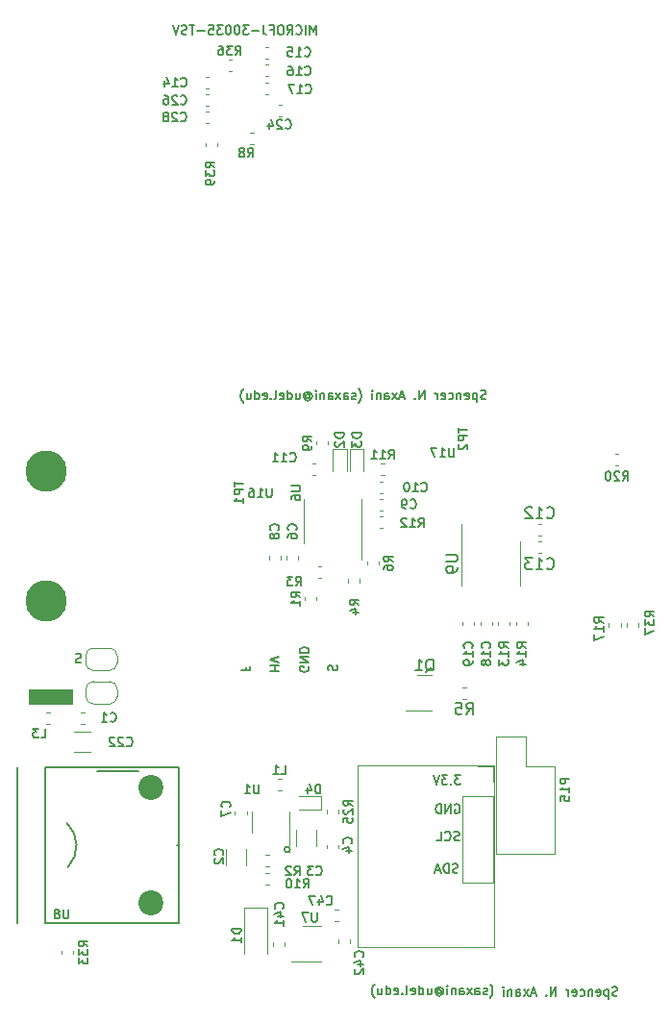
<source format=gbr>
G04 #@! TF.GenerationSoftware,KiCad,Pcbnew,7.0.1-0*
G04 #@! TF.CreationDate,2023-10-17T11:13:41-04:00*
G04 #@! TF.ProjectId,CosmicWatch,436f736d-6963-4576-9174-63682e6b6963,rev?*
G04 #@! TF.SameCoordinates,Original*
G04 #@! TF.FileFunction,Legend,Bot*
G04 #@! TF.FilePolarity,Positive*
%FSLAX46Y46*%
G04 Gerber Fmt 4.6, Leading zero omitted, Abs format (unit mm)*
G04 Created by KiCad (PCBNEW 7.0.1-0) date 2023-10-17 11:13:41*
%MOMM*%
%LPD*%
G01*
G04 APERTURE LIST*
%ADD10C,0.150000*%
%ADD11C,0.175000*%
%ADD12C,0.200000*%
%ADD13C,0.120000*%
%ADD14C,3.650000*%
%ADD15C,2.200000*%
%ADD16R,4.000000X1.400000*%
G04 APERTURE END LIST*
D10*
X163695000Y-115915000D02*
G75*
G03*
X163695000Y-115915000I-250000J0D01*
G01*
X180932381Y-76232000D02*
X180818095Y-76270095D01*
X180818095Y-76270095D02*
X180627619Y-76270095D01*
X180627619Y-76270095D02*
X180551428Y-76232000D01*
X180551428Y-76232000D02*
X180513333Y-76193904D01*
X180513333Y-76193904D02*
X180475238Y-76117714D01*
X180475238Y-76117714D02*
X180475238Y-76041523D01*
X180475238Y-76041523D02*
X180513333Y-75965333D01*
X180513333Y-75965333D02*
X180551428Y-75927238D01*
X180551428Y-75927238D02*
X180627619Y-75889142D01*
X180627619Y-75889142D02*
X180780000Y-75851047D01*
X180780000Y-75851047D02*
X180856190Y-75812952D01*
X180856190Y-75812952D02*
X180894285Y-75774857D01*
X180894285Y-75774857D02*
X180932381Y-75698666D01*
X180932381Y-75698666D02*
X180932381Y-75622476D01*
X180932381Y-75622476D02*
X180894285Y-75546285D01*
X180894285Y-75546285D02*
X180856190Y-75508190D01*
X180856190Y-75508190D02*
X180780000Y-75470095D01*
X180780000Y-75470095D02*
X180589523Y-75470095D01*
X180589523Y-75470095D02*
X180475238Y-75508190D01*
X180132380Y-75736761D02*
X180132380Y-76536761D01*
X180132380Y-75774857D02*
X180056190Y-75736761D01*
X180056190Y-75736761D02*
X179903809Y-75736761D01*
X179903809Y-75736761D02*
X179827618Y-75774857D01*
X179827618Y-75774857D02*
X179789523Y-75812952D01*
X179789523Y-75812952D02*
X179751428Y-75889142D01*
X179751428Y-75889142D02*
X179751428Y-76117714D01*
X179751428Y-76117714D02*
X179789523Y-76193904D01*
X179789523Y-76193904D02*
X179827618Y-76232000D01*
X179827618Y-76232000D02*
X179903809Y-76270095D01*
X179903809Y-76270095D02*
X180056190Y-76270095D01*
X180056190Y-76270095D02*
X180132380Y-76232000D01*
X179103808Y-76232000D02*
X179179999Y-76270095D01*
X179179999Y-76270095D02*
X179332380Y-76270095D01*
X179332380Y-76270095D02*
X179408570Y-76232000D01*
X179408570Y-76232000D02*
X179446666Y-76155809D01*
X179446666Y-76155809D02*
X179446666Y-75851047D01*
X179446666Y-75851047D02*
X179408570Y-75774857D01*
X179408570Y-75774857D02*
X179332380Y-75736761D01*
X179332380Y-75736761D02*
X179179999Y-75736761D01*
X179179999Y-75736761D02*
X179103808Y-75774857D01*
X179103808Y-75774857D02*
X179065713Y-75851047D01*
X179065713Y-75851047D02*
X179065713Y-75927238D01*
X179065713Y-75927238D02*
X179446666Y-76003428D01*
X178722856Y-75736761D02*
X178722856Y-76270095D01*
X178722856Y-75812952D02*
X178684761Y-75774857D01*
X178684761Y-75774857D02*
X178608571Y-75736761D01*
X178608571Y-75736761D02*
X178494285Y-75736761D01*
X178494285Y-75736761D02*
X178418094Y-75774857D01*
X178418094Y-75774857D02*
X178379999Y-75851047D01*
X178379999Y-75851047D02*
X178379999Y-76270095D01*
X177656189Y-76232000D02*
X177732380Y-76270095D01*
X177732380Y-76270095D02*
X177884761Y-76270095D01*
X177884761Y-76270095D02*
X177960951Y-76232000D01*
X177960951Y-76232000D02*
X177999046Y-76193904D01*
X177999046Y-76193904D02*
X178037142Y-76117714D01*
X178037142Y-76117714D02*
X178037142Y-75889142D01*
X178037142Y-75889142D02*
X177999046Y-75812952D01*
X177999046Y-75812952D02*
X177960951Y-75774857D01*
X177960951Y-75774857D02*
X177884761Y-75736761D01*
X177884761Y-75736761D02*
X177732380Y-75736761D01*
X177732380Y-75736761D02*
X177656189Y-75774857D01*
X177008570Y-76232000D02*
X177084761Y-76270095D01*
X177084761Y-76270095D02*
X177237142Y-76270095D01*
X177237142Y-76270095D02*
X177313332Y-76232000D01*
X177313332Y-76232000D02*
X177351428Y-76155809D01*
X177351428Y-76155809D02*
X177351428Y-75851047D01*
X177351428Y-75851047D02*
X177313332Y-75774857D01*
X177313332Y-75774857D02*
X177237142Y-75736761D01*
X177237142Y-75736761D02*
X177084761Y-75736761D01*
X177084761Y-75736761D02*
X177008570Y-75774857D01*
X177008570Y-75774857D02*
X176970475Y-75851047D01*
X176970475Y-75851047D02*
X176970475Y-75927238D01*
X176970475Y-75927238D02*
X177351428Y-76003428D01*
X176627618Y-76270095D02*
X176627618Y-75736761D01*
X176627618Y-75889142D02*
X176589523Y-75812952D01*
X176589523Y-75812952D02*
X176551428Y-75774857D01*
X176551428Y-75774857D02*
X176475237Y-75736761D01*
X176475237Y-75736761D02*
X176399047Y-75736761D01*
X175522856Y-76270095D02*
X175522856Y-75470095D01*
X175522856Y-75470095D02*
X175065713Y-76270095D01*
X175065713Y-76270095D02*
X175065713Y-75470095D01*
X174684761Y-76193904D02*
X174646666Y-76232000D01*
X174646666Y-76232000D02*
X174684761Y-76270095D01*
X174684761Y-76270095D02*
X174722857Y-76232000D01*
X174722857Y-76232000D02*
X174684761Y-76193904D01*
X174684761Y-76193904D02*
X174684761Y-76270095D01*
X173732381Y-76041523D02*
X173351428Y-76041523D01*
X173808571Y-76270095D02*
X173541904Y-75470095D01*
X173541904Y-75470095D02*
X173275238Y-76270095D01*
X173084762Y-76270095D02*
X172665714Y-75736761D01*
X173084762Y-75736761D02*
X172665714Y-76270095D01*
X172018095Y-76270095D02*
X172018095Y-75851047D01*
X172018095Y-75851047D02*
X172056190Y-75774857D01*
X172056190Y-75774857D02*
X172132381Y-75736761D01*
X172132381Y-75736761D02*
X172284762Y-75736761D01*
X172284762Y-75736761D02*
X172360952Y-75774857D01*
X172018095Y-76232000D02*
X172094286Y-76270095D01*
X172094286Y-76270095D02*
X172284762Y-76270095D01*
X172284762Y-76270095D02*
X172360952Y-76232000D01*
X172360952Y-76232000D02*
X172399048Y-76155809D01*
X172399048Y-76155809D02*
X172399048Y-76079619D01*
X172399048Y-76079619D02*
X172360952Y-76003428D01*
X172360952Y-76003428D02*
X172284762Y-75965333D01*
X172284762Y-75965333D02*
X172094286Y-75965333D01*
X172094286Y-75965333D02*
X172018095Y-75927238D01*
X171637142Y-75736761D02*
X171637142Y-76270095D01*
X171637142Y-75812952D02*
X171599047Y-75774857D01*
X171599047Y-75774857D02*
X171522857Y-75736761D01*
X171522857Y-75736761D02*
X171408571Y-75736761D01*
X171408571Y-75736761D02*
X171332380Y-75774857D01*
X171332380Y-75774857D02*
X171294285Y-75851047D01*
X171294285Y-75851047D02*
X171294285Y-76270095D01*
X170913332Y-76270095D02*
X170913332Y-75736761D01*
X170913332Y-75470095D02*
X170951428Y-75508190D01*
X170951428Y-75508190D02*
X170913332Y-75546285D01*
X170913332Y-75546285D02*
X170875237Y-75508190D01*
X170875237Y-75508190D02*
X170913332Y-75470095D01*
X170913332Y-75470095D02*
X170913332Y-75546285D01*
X158795095Y-83485476D02*
X158795095Y-83942619D01*
X159595095Y-83714047D02*
X158795095Y-83714047D01*
X159595095Y-84209286D02*
X158795095Y-84209286D01*
X158795095Y-84209286D02*
X158795095Y-84514048D01*
X158795095Y-84514048D02*
X158833190Y-84590238D01*
X158833190Y-84590238D02*
X158871285Y-84628333D01*
X158871285Y-84628333D02*
X158947476Y-84666429D01*
X158947476Y-84666429D02*
X159061761Y-84666429D01*
X159061761Y-84666429D02*
X159137952Y-84628333D01*
X159137952Y-84628333D02*
X159176047Y-84590238D01*
X159176047Y-84590238D02*
X159214142Y-84514048D01*
X159214142Y-84514048D02*
X159214142Y-84209286D01*
X159595095Y-85428333D02*
X159595095Y-84971190D01*
X159595095Y-85199762D02*
X158795095Y-85199762D01*
X158795095Y-85199762D02*
X158909380Y-85123571D01*
X158909380Y-85123571D02*
X158985571Y-85047381D01*
X158985571Y-85047381D02*
X159023666Y-84971190D01*
X167068000Y-100148571D02*
X167029904Y-100034285D01*
X167029904Y-100034285D02*
X167029904Y-99843809D01*
X167029904Y-99843809D02*
X167068000Y-99767618D01*
X167068000Y-99767618D02*
X167106095Y-99729523D01*
X167106095Y-99729523D02*
X167182285Y-99691428D01*
X167182285Y-99691428D02*
X167258476Y-99691428D01*
X167258476Y-99691428D02*
X167334666Y-99729523D01*
X167334666Y-99729523D02*
X167372761Y-99767618D01*
X167372761Y-99767618D02*
X167410857Y-99843809D01*
X167410857Y-99843809D02*
X167448952Y-99996190D01*
X167448952Y-99996190D02*
X167487047Y-100072380D01*
X167487047Y-100072380D02*
X167525142Y-100110475D01*
X167525142Y-100110475D02*
X167601333Y-100148571D01*
X167601333Y-100148571D02*
X167677523Y-100148571D01*
X167677523Y-100148571D02*
X167753714Y-100110475D01*
X167753714Y-100110475D02*
X167791809Y-100072380D01*
X167791809Y-100072380D02*
X167829904Y-99996190D01*
X167829904Y-99996190D02*
X167829904Y-99805713D01*
X167829904Y-99805713D02*
X167791809Y-99691428D01*
X161909904Y-100181427D02*
X162709904Y-100181427D01*
X162328952Y-100181427D02*
X162328952Y-99724284D01*
X161909904Y-99724284D02*
X162709904Y-99724284D01*
X162709904Y-99457618D02*
X161909904Y-99190951D01*
X161909904Y-99190951D02*
X162709904Y-98924285D01*
X169729524Y-76574857D02*
X169767619Y-76536761D01*
X169767619Y-76536761D02*
X169843810Y-76422476D01*
X169843810Y-76422476D02*
X169881905Y-76346285D01*
X169881905Y-76346285D02*
X169920000Y-76232000D01*
X169920000Y-76232000D02*
X169958095Y-76041523D01*
X169958095Y-76041523D02*
X169958095Y-75889142D01*
X169958095Y-75889142D02*
X169920000Y-75698666D01*
X169920000Y-75698666D02*
X169881905Y-75584380D01*
X169881905Y-75584380D02*
X169843810Y-75508190D01*
X169843810Y-75508190D02*
X169767619Y-75393904D01*
X169767619Y-75393904D02*
X169729524Y-75355809D01*
X169462858Y-76232000D02*
X169386667Y-76270095D01*
X169386667Y-76270095D02*
X169234286Y-76270095D01*
X169234286Y-76270095D02*
X169158096Y-76232000D01*
X169158096Y-76232000D02*
X169120000Y-76155809D01*
X169120000Y-76155809D02*
X169120000Y-76117714D01*
X169120000Y-76117714D02*
X169158096Y-76041523D01*
X169158096Y-76041523D02*
X169234286Y-76003428D01*
X169234286Y-76003428D02*
X169348572Y-76003428D01*
X169348572Y-76003428D02*
X169424762Y-75965333D01*
X169424762Y-75965333D02*
X169462858Y-75889142D01*
X169462858Y-75889142D02*
X169462858Y-75851047D01*
X169462858Y-75851047D02*
X169424762Y-75774857D01*
X169424762Y-75774857D02*
X169348572Y-75736761D01*
X169348572Y-75736761D02*
X169234286Y-75736761D01*
X169234286Y-75736761D02*
X169158096Y-75774857D01*
X168434286Y-76270095D02*
X168434286Y-75851047D01*
X168434286Y-75851047D02*
X168472381Y-75774857D01*
X168472381Y-75774857D02*
X168548572Y-75736761D01*
X168548572Y-75736761D02*
X168700953Y-75736761D01*
X168700953Y-75736761D02*
X168777143Y-75774857D01*
X168434286Y-76232000D02*
X168510477Y-76270095D01*
X168510477Y-76270095D02*
X168700953Y-76270095D01*
X168700953Y-76270095D02*
X168777143Y-76232000D01*
X168777143Y-76232000D02*
X168815239Y-76155809D01*
X168815239Y-76155809D02*
X168815239Y-76079619D01*
X168815239Y-76079619D02*
X168777143Y-76003428D01*
X168777143Y-76003428D02*
X168700953Y-75965333D01*
X168700953Y-75965333D02*
X168510477Y-75965333D01*
X168510477Y-75965333D02*
X168434286Y-75927238D01*
X168129524Y-76270095D02*
X167710476Y-75736761D01*
X168129524Y-75736761D02*
X167710476Y-76270095D01*
X167062857Y-76270095D02*
X167062857Y-75851047D01*
X167062857Y-75851047D02*
X167100952Y-75774857D01*
X167100952Y-75774857D02*
X167177143Y-75736761D01*
X167177143Y-75736761D02*
X167329524Y-75736761D01*
X167329524Y-75736761D02*
X167405714Y-75774857D01*
X167062857Y-76232000D02*
X167139048Y-76270095D01*
X167139048Y-76270095D02*
X167329524Y-76270095D01*
X167329524Y-76270095D02*
X167405714Y-76232000D01*
X167405714Y-76232000D02*
X167443810Y-76155809D01*
X167443810Y-76155809D02*
X167443810Y-76079619D01*
X167443810Y-76079619D02*
X167405714Y-76003428D01*
X167405714Y-76003428D02*
X167329524Y-75965333D01*
X167329524Y-75965333D02*
X167139048Y-75965333D01*
X167139048Y-75965333D02*
X167062857Y-75927238D01*
X166681904Y-75736761D02*
X166681904Y-76270095D01*
X166681904Y-75812952D02*
X166643809Y-75774857D01*
X166643809Y-75774857D02*
X166567619Y-75736761D01*
X166567619Y-75736761D02*
X166453333Y-75736761D01*
X166453333Y-75736761D02*
X166377142Y-75774857D01*
X166377142Y-75774857D02*
X166339047Y-75851047D01*
X166339047Y-75851047D02*
X166339047Y-76270095D01*
X165958094Y-76270095D02*
X165958094Y-75736761D01*
X165958094Y-75470095D02*
X165996190Y-75508190D01*
X165996190Y-75508190D02*
X165958094Y-75546285D01*
X165958094Y-75546285D02*
X165919999Y-75508190D01*
X165919999Y-75508190D02*
X165958094Y-75470095D01*
X165958094Y-75470095D02*
X165958094Y-75546285D01*
X165081904Y-75889142D02*
X165119999Y-75851047D01*
X165119999Y-75851047D02*
X165196190Y-75812952D01*
X165196190Y-75812952D02*
X165272380Y-75812952D01*
X165272380Y-75812952D02*
X165348571Y-75851047D01*
X165348571Y-75851047D02*
X165386666Y-75889142D01*
X165386666Y-75889142D02*
X165424761Y-75965333D01*
X165424761Y-75965333D02*
X165424761Y-76041523D01*
X165424761Y-76041523D02*
X165386666Y-76117714D01*
X165386666Y-76117714D02*
X165348571Y-76155809D01*
X165348571Y-76155809D02*
X165272380Y-76193904D01*
X165272380Y-76193904D02*
X165196190Y-76193904D01*
X165196190Y-76193904D02*
X165119999Y-76155809D01*
X165119999Y-76155809D02*
X165081904Y-76117714D01*
X165081904Y-75812952D02*
X165081904Y-76117714D01*
X165081904Y-76117714D02*
X165043809Y-76155809D01*
X165043809Y-76155809D02*
X165005714Y-76155809D01*
X165005714Y-76155809D02*
X164929523Y-76117714D01*
X164929523Y-76117714D02*
X164891428Y-76041523D01*
X164891428Y-76041523D02*
X164891428Y-75851047D01*
X164891428Y-75851047D02*
X164967619Y-75736761D01*
X164967619Y-75736761D02*
X165081904Y-75660571D01*
X165081904Y-75660571D02*
X165234285Y-75622476D01*
X165234285Y-75622476D02*
X165386666Y-75660571D01*
X165386666Y-75660571D02*
X165500952Y-75736761D01*
X165500952Y-75736761D02*
X165577142Y-75851047D01*
X165577142Y-75851047D02*
X165615238Y-76003428D01*
X165615238Y-76003428D02*
X165577142Y-76155809D01*
X165577142Y-76155809D02*
X165500952Y-76270095D01*
X165500952Y-76270095D02*
X165386666Y-76346285D01*
X165386666Y-76346285D02*
X165234285Y-76384380D01*
X165234285Y-76384380D02*
X165081904Y-76346285D01*
X165081904Y-76346285D02*
X164967619Y-76270095D01*
X164205714Y-75736761D02*
X164205714Y-76270095D01*
X164548571Y-75736761D02*
X164548571Y-76155809D01*
X164548571Y-76155809D02*
X164510476Y-76232000D01*
X164510476Y-76232000D02*
X164434286Y-76270095D01*
X164434286Y-76270095D02*
X164320000Y-76270095D01*
X164320000Y-76270095D02*
X164243809Y-76232000D01*
X164243809Y-76232000D02*
X164205714Y-76193904D01*
X163481904Y-76270095D02*
X163481904Y-75470095D01*
X163481904Y-76232000D02*
X163558095Y-76270095D01*
X163558095Y-76270095D02*
X163710476Y-76270095D01*
X163710476Y-76270095D02*
X163786666Y-76232000D01*
X163786666Y-76232000D02*
X163824761Y-76193904D01*
X163824761Y-76193904D02*
X163862857Y-76117714D01*
X163862857Y-76117714D02*
X163862857Y-75889142D01*
X163862857Y-75889142D02*
X163824761Y-75812952D01*
X163824761Y-75812952D02*
X163786666Y-75774857D01*
X163786666Y-75774857D02*
X163710476Y-75736761D01*
X163710476Y-75736761D02*
X163558095Y-75736761D01*
X163558095Y-75736761D02*
X163481904Y-75774857D01*
X162796189Y-76232000D02*
X162872380Y-76270095D01*
X162872380Y-76270095D02*
X163024761Y-76270095D01*
X163024761Y-76270095D02*
X163100951Y-76232000D01*
X163100951Y-76232000D02*
X163139047Y-76155809D01*
X163139047Y-76155809D02*
X163139047Y-75851047D01*
X163139047Y-75851047D02*
X163100951Y-75774857D01*
X163100951Y-75774857D02*
X163024761Y-75736761D01*
X163024761Y-75736761D02*
X162872380Y-75736761D01*
X162872380Y-75736761D02*
X162796189Y-75774857D01*
X162796189Y-75774857D02*
X162758094Y-75851047D01*
X162758094Y-75851047D02*
X162758094Y-75927238D01*
X162758094Y-75927238D02*
X163139047Y-76003428D01*
X162300952Y-76270095D02*
X162377142Y-76232000D01*
X162377142Y-76232000D02*
X162415237Y-76155809D01*
X162415237Y-76155809D02*
X162415237Y-75470095D01*
X161996189Y-76193904D02*
X161958094Y-76232000D01*
X161958094Y-76232000D02*
X161996189Y-76270095D01*
X161996189Y-76270095D02*
X162034285Y-76232000D01*
X162034285Y-76232000D02*
X161996189Y-76193904D01*
X161996189Y-76193904D02*
X161996189Y-76270095D01*
X161310475Y-76232000D02*
X161386666Y-76270095D01*
X161386666Y-76270095D02*
X161539047Y-76270095D01*
X161539047Y-76270095D02*
X161615237Y-76232000D01*
X161615237Y-76232000D02*
X161653333Y-76155809D01*
X161653333Y-76155809D02*
X161653333Y-75851047D01*
X161653333Y-75851047D02*
X161615237Y-75774857D01*
X161615237Y-75774857D02*
X161539047Y-75736761D01*
X161539047Y-75736761D02*
X161386666Y-75736761D01*
X161386666Y-75736761D02*
X161310475Y-75774857D01*
X161310475Y-75774857D02*
X161272380Y-75851047D01*
X161272380Y-75851047D02*
X161272380Y-75927238D01*
X161272380Y-75927238D02*
X161653333Y-76003428D01*
X160586666Y-76270095D02*
X160586666Y-75470095D01*
X160586666Y-76232000D02*
X160662857Y-76270095D01*
X160662857Y-76270095D02*
X160815238Y-76270095D01*
X160815238Y-76270095D02*
X160891428Y-76232000D01*
X160891428Y-76232000D02*
X160929523Y-76193904D01*
X160929523Y-76193904D02*
X160967619Y-76117714D01*
X160967619Y-76117714D02*
X160967619Y-75889142D01*
X160967619Y-75889142D02*
X160929523Y-75812952D01*
X160929523Y-75812952D02*
X160891428Y-75774857D01*
X160891428Y-75774857D02*
X160815238Y-75736761D01*
X160815238Y-75736761D02*
X160662857Y-75736761D01*
X160662857Y-75736761D02*
X160586666Y-75774857D01*
X159862856Y-75736761D02*
X159862856Y-76270095D01*
X160205713Y-75736761D02*
X160205713Y-76155809D01*
X160205713Y-76155809D02*
X160167618Y-76232000D01*
X160167618Y-76232000D02*
X160091428Y-76270095D01*
X160091428Y-76270095D02*
X159977142Y-76270095D01*
X159977142Y-76270095D02*
X159900951Y-76232000D01*
X159900951Y-76232000D02*
X159862856Y-76193904D01*
X159558094Y-76574857D02*
X159519999Y-76536761D01*
X159519999Y-76536761D02*
X159443808Y-76422476D01*
X159443808Y-76422476D02*
X159405713Y-76346285D01*
X159405713Y-76346285D02*
X159367618Y-76232000D01*
X159367618Y-76232000D02*
X159329522Y-76041523D01*
X159329522Y-76041523D02*
X159329522Y-75889142D01*
X159329522Y-75889142D02*
X159367618Y-75698666D01*
X159367618Y-75698666D02*
X159405713Y-75584380D01*
X159405713Y-75584380D02*
X159443808Y-75508190D01*
X159443808Y-75508190D02*
X159519999Y-75393904D01*
X159519999Y-75393904D02*
X159558094Y-75355809D01*
X181299524Y-128984857D02*
X181337619Y-128946761D01*
X181337619Y-128946761D02*
X181413810Y-128832476D01*
X181413810Y-128832476D02*
X181451905Y-128756285D01*
X181451905Y-128756285D02*
X181490000Y-128642000D01*
X181490000Y-128642000D02*
X181528095Y-128451523D01*
X181528095Y-128451523D02*
X181528095Y-128299142D01*
X181528095Y-128299142D02*
X181490000Y-128108666D01*
X181490000Y-128108666D02*
X181451905Y-127994380D01*
X181451905Y-127994380D02*
X181413810Y-127918190D01*
X181413810Y-127918190D02*
X181337619Y-127803904D01*
X181337619Y-127803904D02*
X181299524Y-127765809D01*
X181032858Y-128642000D02*
X180956667Y-128680095D01*
X180956667Y-128680095D02*
X180804286Y-128680095D01*
X180804286Y-128680095D02*
X180728096Y-128642000D01*
X180728096Y-128642000D02*
X180690000Y-128565809D01*
X180690000Y-128565809D02*
X180690000Y-128527714D01*
X180690000Y-128527714D02*
X180728096Y-128451523D01*
X180728096Y-128451523D02*
X180804286Y-128413428D01*
X180804286Y-128413428D02*
X180918572Y-128413428D01*
X180918572Y-128413428D02*
X180994762Y-128375333D01*
X180994762Y-128375333D02*
X181032858Y-128299142D01*
X181032858Y-128299142D02*
X181032858Y-128261047D01*
X181032858Y-128261047D02*
X180994762Y-128184857D01*
X180994762Y-128184857D02*
X180918572Y-128146761D01*
X180918572Y-128146761D02*
X180804286Y-128146761D01*
X180804286Y-128146761D02*
X180728096Y-128184857D01*
X180004286Y-128680095D02*
X180004286Y-128261047D01*
X180004286Y-128261047D02*
X180042381Y-128184857D01*
X180042381Y-128184857D02*
X180118572Y-128146761D01*
X180118572Y-128146761D02*
X180270953Y-128146761D01*
X180270953Y-128146761D02*
X180347143Y-128184857D01*
X180004286Y-128642000D02*
X180080477Y-128680095D01*
X180080477Y-128680095D02*
X180270953Y-128680095D01*
X180270953Y-128680095D02*
X180347143Y-128642000D01*
X180347143Y-128642000D02*
X180385239Y-128565809D01*
X180385239Y-128565809D02*
X180385239Y-128489619D01*
X180385239Y-128489619D02*
X180347143Y-128413428D01*
X180347143Y-128413428D02*
X180270953Y-128375333D01*
X180270953Y-128375333D02*
X180080477Y-128375333D01*
X180080477Y-128375333D02*
X180004286Y-128337238D01*
X179699524Y-128680095D02*
X179280476Y-128146761D01*
X179699524Y-128146761D02*
X179280476Y-128680095D01*
X178632857Y-128680095D02*
X178632857Y-128261047D01*
X178632857Y-128261047D02*
X178670952Y-128184857D01*
X178670952Y-128184857D02*
X178747143Y-128146761D01*
X178747143Y-128146761D02*
X178899524Y-128146761D01*
X178899524Y-128146761D02*
X178975714Y-128184857D01*
X178632857Y-128642000D02*
X178709048Y-128680095D01*
X178709048Y-128680095D02*
X178899524Y-128680095D01*
X178899524Y-128680095D02*
X178975714Y-128642000D01*
X178975714Y-128642000D02*
X179013810Y-128565809D01*
X179013810Y-128565809D02*
X179013810Y-128489619D01*
X179013810Y-128489619D02*
X178975714Y-128413428D01*
X178975714Y-128413428D02*
X178899524Y-128375333D01*
X178899524Y-128375333D02*
X178709048Y-128375333D01*
X178709048Y-128375333D02*
X178632857Y-128337238D01*
X178251904Y-128146761D02*
X178251904Y-128680095D01*
X178251904Y-128222952D02*
X178213809Y-128184857D01*
X178213809Y-128184857D02*
X178137619Y-128146761D01*
X178137619Y-128146761D02*
X178023333Y-128146761D01*
X178023333Y-128146761D02*
X177947142Y-128184857D01*
X177947142Y-128184857D02*
X177909047Y-128261047D01*
X177909047Y-128261047D02*
X177909047Y-128680095D01*
X177528094Y-128680095D02*
X177528094Y-128146761D01*
X177528094Y-127880095D02*
X177566190Y-127918190D01*
X177566190Y-127918190D02*
X177528094Y-127956285D01*
X177528094Y-127956285D02*
X177489999Y-127918190D01*
X177489999Y-127918190D02*
X177528094Y-127880095D01*
X177528094Y-127880095D02*
X177528094Y-127956285D01*
X176651904Y-128299142D02*
X176689999Y-128261047D01*
X176689999Y-128261047D02*
X176766190Y-128222952D01*
X176766190Y-128222952D02*
X176842380Y-128222952D01*
X176842380Y-128222952D02*
X176918571Y-128261047D01*
X176918571Y-128261047D02*
X176956666Y-128299142D01*
X176956666Y-128299142D02*
X176994761Y-128375333D01*
X176994761Y-128375333D02*
X176994761Y-128451523D01*
X176994761Y-128451523D02*
X176956666Y-128527714D01*
X176956666Y-128527714D02*
X176918571Y-128565809D01*
X176918571Y-128565809D02*
X176842380Y-128603904D01*
X176842380Y-128603904D02*
X176766190Y-128603904D01*
X176766190Y-128603904D02*
X176689999Y-128565809D01*
X176689999Y-128565809D02*
X176651904Y-128527714D01*
X176651904Y-128222952D02*
X176651904Y-128527714D01*
X176651904Y-128527714D02*
X176613809Y-128565809D01*
X176613809Y-128565809D02*
X176575714Y-128565809D01*
X176575714Y-128565809D02*
X176499523Y-128527714D01*
X176499523Y-128527714D02*
X176461428Y-128451523D01*
X176461428Y-128451523D02*
X176461428Y-128261047D01*
X176461428Y-128261047D02*
X176537619Y-128146761D01*
X176537619Y-128146761D02*
X176651904Y-128070571D01*
X176651904Y-128070571D02*
X176804285Y-128032476D01*
X176804285Y-128032476D02*
X176956666Y-128070571D01*
X176956666Y-128070571D02*
X177070952Y-128146761D01*
X177070952Y-128146761D02*
X177147142Y-128261047D01*
X177147142Y-128261047D02*
X177185238Y-128413428D01*
X177185238Y-128413428D02*
X177147142Y-128565809D01*
X177147142Y-128565809D02*
X177070952Y-128680095D01*
X177070952Y-128680095D02*
X176956666Y-128756285D01*
X176956666Y-128756285D02*
X176804285Y-128794380D01*
X176804285Y-128794380D02*
X176651904Y-128756285D01*
X176651904Y-128756285D02*
X176537619Y-128680095D01*
X175775714Y-128146761D02*
X175775714Y-128680095D01*
X176118571Y-128146761D02*
X176118571Y-128565809D01*
X176118571Y-128565809D02*
X176080476Y-128642000D01*
X176080476Y-128642000D02*
X176004286Y-128680095D01*
X176004286Y-128680095D02*
X175890000Y-128680095D01*
X175890000Y-128680095D02*
X175813809Y-128642000D01*
X175813809Y-128642000D02*
X175775714Y-128603904D01*
X175051904Y-128680095D02*
X175051904Y-127880095D01*
X175051904Y-128642000D02*
X175128095Y-128680095D01*
X175128095Y-128680095D02*
X175280476Y-128680095D01*
X175280476Y-128680095D02*
X175356666Y-128642000D01*
X175356666Y-128642000D02*
X175394761Y-128603904D01*
X175394761Y-128603904D02*
X175432857Y-128527714D01*
X175432857Y-128527714D02*
X175432857Y-128299142D01*
X175432857Y-128299142D02*
X175394761Y-128222952D01*
X175394761Y-128222952D02*
X175356666Y-128184857D01*
X175356666Y-128184857D02*
X175280476Y-128146761D01*
X175280476Y-128146761D02*
X175128095Y-128146761D01*
X175128095Y-128146761D02*
X175051904Y-128184857D01*
X174366189Y-128642000D02*
X174442380Y-128680095D01*
X174442380Y-128680095D02*
X174594761Y-128680095D01*
X174594761Y-128680095D02*
X174670951Y-128642000D01*
X174670951Y-128642000D02*
X174709047Y-128565809D01*
X174709047Y-128565809D02*
X174709047Y-128261047D01*
X174709047Y-128261047D02*
X174670951Y-128184857D01*
X174670951Y-128184857D02*
X174594761Y-128146761D01*
X174594761Y-128146761D02*
X174442380Y-128146761D01*
X174442380Y-128146761D02*
X174366189Y-128184857D01*
X174366189Y-128184857D02*
X174328094Y-128261047D01*
X174328094Y-128261047D02*
X174328094Y-128337238D01*
X174328094Y-128337238D02*
X174709047Y-128413428D01*
X173870952Y-128680095D02*
X173947142Y-128642000D01*
X173947142Y-128642000D02*
X173985237Y-128565809D01*
X173985237Y-128565809D02*
X173985237Y-127880095D01*
X173566189Y-128603904D02*
X173528094Y-128642000D01*
X173528094Y-128642000D02*
X173566189Y-128680095D01*
X173566189Y-128680095D02*
X173604285Y-128642000D01*
X173604285Y-128642000D02*
X173566189Y-128603904D01*
X173566189Y-128603904D02*
X173566189Y-128680095D01*
X172880475Y-128642000D02*
X172956666Y-128680095D01*
X172956666Y-128680095D02*
X173109047Y-128680095D01*
X173109047Y-128680095D02*
X173185237Y-128642000D01*
X173185237Y-128642000D02*
X173223333Y-128565809D01*
X173223333Y-128565809D02*
X173223333Y-128261047D01*
X173223333Y-128261047D02*
X173185237Y-128184857D01*
X173185237Y-128184857D02*
X173109047Y-128146761D01*
X173109047Y-128146761D02*
X172956666Y-128146761D01*
X172956666Y-128146761D02*
X172880475Y-128184857D01*
X172880475Y-128184857D02*
X172842380Y-128261047D01*
X172842380Y-128261047D02*
X172842380Y-128337238D01*
X172842380Y-128337238D02*
X173223333Y-128413428D01*
X172156666Y-128680095D02*
X172156666Y-127880095D01*
X172156666Y-128642000D02*
X172232857Y-128680095D01*
X172232857Y-128680095D02*
X172385238Y-128680095D01*
X172385238Y-128680095D02*
X172461428Y-128642000D01*
X172461428Y-128642000D02*
X172499523Y-128603904D01*
X172499523Y-128603904D02*
X172537619Y-128527714D01*
X172537619Y-128527714D02*
X172537619Y-128299142D01*
X172537619Y-128299142D02*
X172499523Y-128222952D01*
X172499523Y-128222952D02*
X172461428Y-128184857D01*
X172461428Y-128184857D02*
X172385238Y-128146761D01*
X172385238Y-128146761D02*
X172232857Y-128146761D01*
X172232857Y-128146761D02*
X172156666Y-128184857D01*
X171432856Y-128146761D02*
X171432856Y-128680095D01*
X171775713Y-128146761D02*
X171775713Y-128565809D01*
X171775713Y-128565809D02*
X171737618Y-128642000D01*
X171737618Y-128642000D02*
X171661428Y-128680095D01*
X171661428Y-128680095D02*
X171547142Y-128680095D01*
X171547142Y-128680095D02*
X171470951Y-128642000D01*
X171470951Y-128642000D02*
X171432856Y-128603904D01*
X171128094Y-128984857D02*
X171089999Y-128946761D01*
X171089999Y-128946761D02*
X171013808Y-128832476D01*
X171013808Y-128832476D02*
X170975713Y-128756285D01*
X170975713Y-128756285D02*
X170937618Y-128642000D01*
X170937618Y-128642000D02*
X170899522Y-128451523D01*
X170899522Y-128451523D02*
X170899522Y-128299142D01*
X170899522Y-128299142D02*
X170937618Y-128108666D01*
X170937618Y-128108666D02*
X170975713Y-127994380D01*
X170975713Y-127994380D02*
X171013808Y-127918190D01*
X171013808Y-127918190D02*
X171089999Y-127803904D01*
X171089999Y-127803904D02*
X171128094Y-127765809D01*
X178567619Y-115094000D02*
X178453333Y-115132095D01*
X178453333Y-115132095D02*
X178262857Y-115132095D01*
X178262857Y-115132095D02*
X178186666Y-115094000D01*
X178186666Y-115094000D02*
X178148571Y-115055904D01*
X178148571Y-115055904D02*
X178110476Y-114979714D01*
X178110476Y-114979714D02*
X178110476Y-114903523D01*
X178110476Y-114903523D02*
X178148571Y-114827333D01*
X178148571Y-114827333D02*
X178186666Y-114789238D01*
X178186666Y-114789238D02*
X178262857Y-114751142D01*
X178262857Y-114751142D02*
X178415238Y-114713047D01*
X178415238Y-114713047D02*
X178491428Y-114674952D01*
X178491428Y-114674952D02*
X178529523Y-114636857D01*
X178529523Y-114636857D02*
X178567619Y-114560666D01*
X178567619Y-114560666D02*
X178567619Y-114484476D01*
X178567619Y-114484476D02*
X178529523Y-114408285D01*
X178529523Y-114408285D02*
X178491428Y-114370190D01*
X178491428Y-114370190D02*
X178415238Y-114332095D01*
X178415238Y-114332095D02*
X178224761Y-114332095D01*
X178224761Y-114332095D02*
X178110476Y-114370190D01*
X177310475Y-115055904D02*
X177348571Y-115094000D01*
X177348571Y-115094000D02*
X177462856Y-115132095D01*
X177462856Y-115132095D02*
X177539047Y-115132095D01*
X177539047Y-115132095D02*
X177653333Y-115094000D01*
X177653333Y-115094000D02*
X177729523Y-115017809D01*
X177729523Y-115017809D02*
X177767618Y-114941619D01*
X177767618Y-114941619D02*
X177805714Y-114789238D01*
X177805714Y-114789238D02*
X177805714Y-114674952D01*
X177805714Y-114674952D02*
X177767618Y-114522571D01*
X177767618Y-114522571D02*
X177729523Y-114446380D01*
X177729523Y-114446380D02*
X177653333Y-114370190D01*
X177653333Y-114370190D02*
X177539047Y-114332095D01*
X177539047Y-114332095D02*
X177462856Y-114332095D01*
X177462856Y-114332095D02*
X177348571Y-114370190D01*
X177348571Y-114370190D02*
X177310475Y-114408285D01*
X176586666Y-115132095D02*
X176967618Y-115132095D01*
X176967618Y-115132095D02*
X176967618Y-114332095D01*
D11*
X145258571Y-99442000D02*
X145144285Y-99480095D01*
X145144285Y-99480095D02*
X144953809Y-99480095D01*
X144953809Y-99480095D02*
X144877618Y-99442000D01*
X144877618Y-99442000D02*
X144839523Y-99403904D01*
X144839523Y-99403904D02*
X144801428Y-99327714D01*
X144801428Y-99327714D02*
X144801428Y-99251523D01*
X144801428Y-99251523D02*
X144839523Y-99175333D01*
X144839523Y-99175333D02*
X144877618Y-99137238D01*
X144877618Y-99137238D02*
X144953809Y-99099142D01*
X144953809Y-99099142D02*
X145106190Y-99061047D01*
X145106190Y-99061047D02*
X145182380Y-99022952D01*
X145182380Y-99022952D02*
X145220475Y-98984857D01*
X145220475Y-98984857D02*
X145258571Y-98908666D01*
X145258571Y-98908666D02*
X145258571Y-98832476D01*
X145258571Y-98832476D02*
X145220475Y-98756285D01*
X145220475Y-98756285D02*
X145182380Y-98718190D01*
X145182380Y-98718190D02*
X145106190Y-98680095D01*
X145106190Y-98680095D02*
X144915713Y-98680095D01*
X144915713Y-98680095D02*
X144801428Y-98718190D01*
D10*
X178505095Y-78745476D02*
X178505095Y-79202619D01*
X179305095Y-78974047D02*
X178505095Y-78974047D01*
X179305095Y-79469286D02*
X178505095Y-79469286D01*
X178505095Y-79469286D02*
X178505095Y-79774048D01*
X178505095Y-79774048D02*
X178543190Y-79850238D01*
X178543190Y-79850238D02*
X178581285Y-79888333D01*
X178581285Y-79888333D02*
X178657476Y-79926429D01*
X178657476Y-79926429D02*
X178771761Y-79926429D01*
X178771761Y-79926429D02*
X178847952Y-79888333D01*
X178847952Y-79888333D02*
X178886047Y-79850238D01*
X178886047Y-79850238D02*
X178924142Y-79774048D01*
X178924142Y-79774048D02*
X178924142Y-79469286D01*
X178581285Y-80231190D02*
X178543190Y-80269286D01*
X178543190Y-80269286D02*
X178505095Y-80345476D01*
X178505095Y-80345476D02*
X178505095Y-80535952D01*
X178505095Y-80535952D02*
X178543190Y-80612143D01*
X178543190Y-80612143D02*
X178581285Y-80650238D01*
X178581285Y-80650238D02*
X178657476Y-80688333D01*
X178657476Y-80688333D02*
X178733666Y-80688333D01*
X178733666Y-80688333D02*
X178847952Y-80650238D01*
X178847952Y-80650238D02*
X179305095Y-80193095D01*
X179305095Y-80193095D02*
X179305095Y-80688333D01*
X178685714Y-109392095D02*
X178190476Y-109392095D01*
X178190476Y-109392095D02*
X178457142Y-109696857D01*
X178457142Y-109696857D02*
X178342857Y-109696857D01*
X178342857Y-109696857D02*
X178266666Y-109734952D01*
X178266666Y-109734952D02*
X178228571Y-109773047D01*
X178228571Y-109773047D02*
X178190476Y-109849238D01*
X178190476Y-109849238D02*
X178190476Y-110039714D01*
X178190476Y-110039714D02*
X178228571Y-110115904D01*
X178228571Y-110115904D02*
X178266666Y-110154000D01*
X178266666Y-110154000D02*
X178342857Y-110192095D01*
X178342857Y-110192095D02*
X178571428Y-110192095D01*
X178571428Y-110192095D02*
X178647619Y-110154000D01*
X178647619Y-110154000D02*
X178685714Y-110115904D01*
X177847618Y-110115904D02*
X177809523Y-110154000D01*
X177809523Y-110154000D02*
X177847618Y-110192095D01*
X177847618Y-110192095D02*
X177885714Y-110154000D01*
X177885714Y-110154000D02*
X177847618Y-110115904D01*
X177847618Y-110115904D02*
X177847618Y-110192095D01*
X177542857Y-109392095D02*
X177047619Y-109392095D01*
X177047619Y-109392095D02*
X177314285Y-109696857D01*
X177314285Y-109696857D02*
X177200000Y-109696857D01*
X177200000Y-109696857D02*
X177123809Y-109734952D01*
X177123809Y-109734952D02*
X177085714Y-109773047D01*
X177085714Y-109773047D02*
X177047619Y-109849238D01*
X177047619Y-109849238D02*
X177047619Y-110039714D01*
X177047619Y-110039714D02*
X177085714Y-110115904D01*
X177085714Y-110115904D02*
X177123809Y-110154000D01*
X177123809Y-110154000D02*
X177200000Y-110192095D01*
X177200000Y-110192095D02*
X177428571Y-110192095D01*
X177428571Y-110192095D02*
X177504762Y-110154000D01*
X177504762Y-110154000D02*
X177542857Y-110115904D01*
X176819047Y-109392095D02*
X176552380Y-110192095D01*
X176552380Y-110192095D02*
X176285714Y-109392095D01*
X178190476Y-111970190D02*
X178266666Y-111932095D01*
X178266666Y-111932095D02*
X178380952Y-111932095D01*
X178380952Y-111932095D02*
X178495238Y-111970190D01*
X178495238Y-111970190D02*
X178571428Y-112046380D01*
X178571428Y-112046380D02*
X178609523Y-112122571D01*
X178609523Y-112122571D02*
X178647619Y-112274952D01*
X178647619Y-112274952D02*
X178647619Y-112389238D01*
X178647619Y-112389238D02*
X178609523Y-112541619D01*
X178609523Y-112541619D02*
X178571428Y-112617809D01*
X178571428Y-112617809D02*
X178495238Y-112694000D01*
X178495238Y-112694000D02*
X178380952Y-112732095D01*
X178380952Y-112732095D02*
X178304761Y-112732095D01*
X178304761Y-112732095D02*
X178190476Y-112694000D01*
X178190476Y-112694000D02*
X178152380Y-112655904D01*
X178152380Y-112655904D02*
X178152380Y-112389238D01*
X178152380Y-112389238D02*
X178304761Y-112389238D01*
X177809523Y-112732095D02*
X177809523Y-111932095D01*
X177809523Y-111932095D02*
X177352380Y-112732095D01*
X177352380Y-112732095D02*
X177352380Y-111932095D01*
X176971428Y-112732095D02*
X176971428Y-111932095D01*
X176971428Y-111932095D02*
X176780952Y-111932095D01*
X176780952Y-111932095D02*
X176666666Y-111970190D01*
X176666666Y-111970190D02*
X176590476Y-112046380D01*
X176590476Y-112046380D02*
X176552381Y-112122571D01*
X176552381Y-112122571D02*
X176514285Y-112274952D01*
X176514285Y-112274952D02*
X176514285Y-112389238D01*
X176514285Y-112389238D02*
X176552381Y-112541619D01*
X176552381Y-112541619D02*
X176590476Y-112617809D01*
X176590476Y-112617809D02*
X176666666Y-112694000D01*
X176666666Y-112694000D02*
X176780952Y-112732095D01*
X176780952Y-112732095D02*
X176971428Y-112732095D01*
D12*
X165967618Y-44150095D02*
X165967618Y-43350095D01*
X165967618Y-43350095D02*
X165700952Y-43921523D01*
X165700952Y-43921523D02*
X165434285Y-43350095D01*
X165434285Y-43350095D02*
X165434285Y-44150095D01*
X165053332Y-44150095D02*
X165053332Y-43350095D01*
X164215237Y-44073904D02*
X164253333Y-44112000D01*
X164253333Y-44112000D02*
X164367618Y-44150095D01*
X164367618Y-44150095D02*
X164443809Y-44150095D01*
X164443809Y-44150095D02*
X164558095Y-44112000D01*
X164558095Y-44112000D02*
X164634285Y-44035809D01*
X164634285Y-44035809D02*
X164672380Y-43959619D01*
X164672380Y-43959619D02*
X164710476Y-43807238D01*
X164710476Y-43807238D02*
X164710476Y-43692952D01*
X164710476Y-43692952D02*
X164672380Y-43540571D01*
X164672380Y-43540571D02*
X164634285Y-43464380D01*
X164634285Y-43464380D02*
X164558095Y-43388190D01*
X164558095Y-43388190D02*
X164443809Y-43350095D01*
X164443809Y-43350095D02*
X164367618Y-43350095D01*
X164367618Y-43350095D02*
X164253333Y-43388190D01*
X164253333Y-43388190D02*
X164215237Y-43426285D01*
X163415237Y-44150095D02*
X163681904Y-43769142D01*
X163872380Y-44150095D02*
X163872380Y-43350095D01*
X163872380Y-43350095D02*
X163567618Y-43350095D01*
X163567618Y-43350095D02*
X163491428Y-43388190D01*
X163491428Y-43388190D02*
X163453333Y-43426285D01*
X163453333Y-43426285D02*
X163415237Y-43502476D01*
X163415237Y-43502476D02*
X163415237Y-43616761D01*
X163415237Y-43616761D02*
X163453333Y-43692952D01*
X163453333Y-43692952D02*
X163491428Y-43731047D01*
X163491428Y-43731047D02*
X163567618Y-43769142D01*
X163567618Y-43769142D02*
X163872380Y-43769142D01*
X162919999Y-43350095D02*
X162767618Y-43350095D01*
X162767618Y-43350095D02*
X162691428Y-43388190D01*
X162691428Y-43388190D02*
X162615237Y-43464380D01*
X162615237Y-43464380D02*
X162577142Y-43616761D01*
X162577142Y-43616761D02*
X162577142Y-43883428D01*
X162577142Y-43883428D02*
X162615237Y-44035809D01*
X162615237Y-44035809D02*
X162691428Y-44112000D01*
X162691428Y-44112000D02*
X162767618Y-44150095D01*
X162767618Y-44150095D02*
X162919999Y-44150095D01*
X162919999Y-44150095D02*
X162996190Y-44112000D01*
X162996190Y-44112000D02*
X163072380Y-44035809D01*
X163072380Y-44035809D02*
X163110476Y-43883428D01*
X163110476Y-43883428D02*
X163110476Y-43616761D01*
X163110476Y-43616761D02*
X163072380Y-43464380D01*
X163072380Y-43464380D02*
X162996190Y-43388190D01*
X162996190Y-43388190D02*
X162919999Y-43350095D01*
X161967619Y-43731047D02*
X162234285Y-43731047D01*
X162234285Y-44150095D02*
X162234285Y-43350095D01*
X162234285Y-43350095D02*
X161853333Y-43350095D01*
X161320000Y-43350095D02*
X161320000Y-43921523D01*
X161320000Y-43921523D02*
X161358095Y-44035809D01*
X161358095Y-44035809D02*
X161434286Y-44112000D01*
X161434286Y-44112000D02*
X161548571Y-44150095D01*
X161548571Y-44150095D02*
X161624762Y-44150095D01*
X160939047Y-43845333D02*
X160329524Y-43845333D01*
X160024762Y-43350095D02*
X159529524Y-43350095D01*
X159529524Y-43350095D02*
X159796190Y-43654857D01*
X159796190Y-43654857D02*
X159681905Y-43654857D01*
X159681905Y-43654857D02*
X159605714Y-43692952D01*
X159605714Y-43692952D02*
X159567619Y-43731047D01*
X159567619Y-43731047D02*
X159529524Y-43807238D01*
X159529524Y-43807238D02*
X159529524Y-43997714D01*
X159529524Y-43997714D02*
X159567619Y-44073904D01*
X159567619Y-44073904D02*
X159605714Y-44112000D01*
X159605714Y-44112000D02*
X159681905Y-44150095D01*
X159681905Y-44150095D02*
X159910476Y-44150095D01*
X159910476Y-44150095D02*
X159986667Y-44112000D01*
X159986667Y-44112000D02*
X160024762Y-44073904D01*
X159034285Y-43350095D02*
X158958095Y-43350095D01*
X158958095Y-43350095D02*
X158881904Y-43388190D01*
X158881904Y-43388190D02*
X158843809Y-43426285D01*
X158843809Y-43426285D02*
X158805714Y-43502476D01*
X158805714Y-43502476D02*
X158767619Y-43654857D01*
X158767619Y-43654857D02*
X158767619Y-43845333D01*
X158767619Y-43845333D02*
X158805714Y-43997714D01*
X158805714Y-43997714D02*
X158843809Y-44073904D01*
X158843809Y-44073904D02*
X158881904Y-44112000D01*
X158881904Y-44112000D02*
X158958095Y-44150095D01*
X158958095Y-44150095D02*
X159034285Y-44150095D01*
X159034285Y-44150095D02*
X159110476Y-44112000D01*
X159110476Y-44112000D02*
X159148571Y-44073904D01*
X159148571Y-44073904D02*
X159186666Y-43997714D01*
X159186666Y-43997714D02*
X159224762Y-43845333D01*
X159224762Y-43845333D02*
X159224762Y-43654857D01*
X159224762Y-43654857D02*
X159186666Y-43502476D01*
X159186666Y-43502476D02*
X159148571Y-43426285D01*
X159148571Y-43426285D02*
X159110476Y-43388190D01*
X159110476Y-43388190D02*
X159034285Y-43350095D01*
X158272380Y-43350095D02*
X158196190Y-43350095D01*
X158196190Y-43350095D02*
X158119999Y-43388190D01*
X158119999Y-43388190D02*
X158081904Y-43426285D01*
X158081904Y-43426285D02*
X158043809Y-43502476D01*
X158043809Y-43502476D02*
X158005714Y-43654857D01*
X158005714Y-43654857D02*
X158005714Y-43845333D01*
X158005714Y-43845333D02*
X158043809Y-43997714D01*
X158043809Y-43997714D02*
X158081904Y-44073904D01*
X158081904Y-44073904D02*
X158119999Y-44112000D01*
X158119999Y-44112000D02*
X158196190Y-44150095D01*
X158196190Y-44150095D02*
X158272380Y-44150095D01*
X158272380Y-44150095D02*
X158348571Y-44112000D01*
X158348571Y-44112000D02*
X158386666Y-44073904D01*
X158386666Y-44073904D02*
X158424761Y-43997714D01*
X158424761Y-43997714D02*
X158462857Y-43845333D01*
X158462857Y-43845333D02*
X158462857Y-43654857D01*
X158462857Y-43654857D02*
X158424761Y-43502476D01*
X158424761Y-43502476D02*
X158386666Y-43426285D01*
X158386666Y-43426285D02*
X158348571Y-43388190D01*
X158348571Y-43388190D02*
X158272380Y-43350095D01*
X157739047Y-43350095D02*
X157243809Y-43350095D01*
X157243809Y-43350095D02*
X157510475Y-43654857D01*
X157510475Y-43654857D02*
X157396190Y-43654857D01*
X157396190Y-43654857D02*
X157319999Y-43692952D01*
X157319999Y-43692952D02*
X157281904Y-43731047D01*
X157281904Y-43731047D02*
X157243809Y-43807238D01*
X157243809Y-43807238D02*
X157243809Y-43997714D01*
X157243809Y-43997714D02*
X157281904Y-44073904D01*
X157281904Y-44073904D02*
X157319999Y-44112000D01*
X157319999Y-44112000D02*
X157396190Y-44150095D01*
X157396190Y-44150095D02*
X157624761Y-44150095D01*
X157624761Y-44150095D02*
X157700952Y-44112000D01*
X157700952Y-44112000D02*
X157739047Y-44073904D01*
X156519999Y-43350095D02*
X156900951Y-43350095D01*
X156900951Y-43350095D02*
X156939047Y-43731047D01*
X156939047Y-43731047D02*
X156900951Y-43692952D01*
X156900951Y-43692952D02*
X156824761Y-43654857D01*
X156824761Y-43654857D02*
X156634285Y-43654857D01*
X156634285Y-43654857D02*
X156558094Y-43692952D01*
X156558094Y-43692952D02*
X156519999Y-43731047D01*
X156519999Y-43731047D02*
X156481904Y-43807238D01*
X156481904Y-43807238D02*
X156481904Y-43997714D01*
X156481904Y-43997714D02*
X156519999Y-44073904D01*
X156519999Y-44073904D02*
X156558094Y-44112000D01*
X156558094Y-44112000D02*
X156634285Y-44150095D01*
X156634285Y-44150095D02*
X156824761Y-44150095D01*
X156824761Y-44150095D02*
X156900951Y-44112000D01*
X156900951Y-44112000D02*
X156939047Y-44073904D01*
X156139046Y-43845333D02*
X155529523Y-43845333D01*
X155262856Y-43350095D02*
X154805713Y-43350095D01*
X155034285Y-44150095D02*
X155034285Y-43350095D01*
X154577142Y-44112000D02*
X154462856Y-44150095D01*
X154462856Y-44150095D02*
X154272380Y-44150095D01*
X154272380Y-44150095D02*
X154196189Y-44112000D01*
X154196189Y-44112000D02*
X154158094Y-44073904D01*
X154158094Y-44073904D02*
X154119999Y-43997714D01*
X154119999Y-43997714D02*
X154119999Y-43921523D01*
X154119999Y-43921523D02*
X154158094Y-43845333D01*
X154158094Y-43845333D02*
X154196189Y-43807238D01*
X154196189Y-43807238D02*
X154272380Y-43769142D01*
X154272380Y-43769142D02*
X154424761Y-43731047D01*
X154424761Y-43731047D02*
X154500951Y-43692952D01*
X154500951Y-43692952D02*
X154539046Y-43654857D01*
X154539046Y-43654857D02*
X154577142Y-43578666D01*
X154577142Y-43578666D02*
X154577142Y-43502476D01*
X154577142Y-43502476D02*
X154539046Y-43426285D01*
X154539046Y-43426285D02*
X154500951Y-43388190D01*
X154500951Y-43388190D02*
X154424761Y-43350095D01*
X154424761Y-43350095D02*
X154234284Y-43350095D01*
X154234284Y-43350095D02*
X154119999Y-43388190D01*
X153891427Y-43350095D02*
X153624760Y-44150095D01*
X153624760Y-44150095D02*
X153358094Y-43350095D01*
D10*
X192512381Y-128752000D02*
X192398095Y-128790095D01*
X192398095Y-128790095D02*
X192207619Y-128790095D01*
X192207619Y-128790095D02*
X192131428Y-128752000D01*
X192131428Y-128752000D02*
X192093333Y-128713904D01*
X192093333Y-128713904D02*
X192055238Y-128637714D01*
X192055238Y-128637714D02*
X192055238Y-128561523D01*
X192055238Y-128561523D02*
X192093333Y-128485333D01*
X192093333Y-128485333D02*
X192131428Y-128447238D01*
X192131428Y-128447238D02*
X192207619Y-128409142D01*
X192207619Y-128409142D02*
X192360000Y-128371047D01*
X192360000Y-128371047D02*
X192436190Y-128332952D01*
X192436190Y-128332952D02*
X192474285Y-128294857D01*
X192474285Y-128294857D02*
X192512381Y-128218666D01*
X192512381Y-128218666D02*
X192512381Y-128142476D01*
X192512381Y-128142476D02*
X192474285Y-128066285D01*
X192474285Y-128066285D02*
X192436190Y-128028190D01*
X192436190Y-128028190D02*
X192360000Y-127990095D01*
X192360000Y-127990095D02*
X192169523Y-127990095D01*
X192169523Y-127990095D02*
X192055238Y-128028190D01*
X191712380Y-128256761D02*
X191712380Y-129056761D01*
X191712380Y-128294857D02*
X191636190Y-128256761D01*
X191636190Y-128256761D02*
X191483809Y-128256761D01*
X191483809Y-128256761D02*
X191407618Y-128294857D01*
X191407618Y-128294857D02*
X191369523Y-128332952D01*
X191369523Y-128332952D02*
X191331428Y-128409142D01*
X191331428Y-128409142D02*
X191331428Y-128637714D01*
X191331428Y-128637714D02*
X191369523Y-128713904D01*
X191369523Y-128713904D02*
X191407618Y-128752000D01*
X191407618Y-128752000D02*
X191483809Y-128790095D01*
X191483809Y-128790095D02*
X191636190Y-128790095D01*
X191636190Y-128790095D02*
X191712380Y-128752000D01*
X190683808Y-128752000D02*
X190759999Y-128790095D01*
X190759999Y-128790095D02*
X190912380Y-128790095D01*
X190912380Y-128790095D02*
X190988570Y-128752000D01*
X190988570Y-128752000D02*
X191026666Y-128675809D01*
X191026666Y-128675809D02*
X191026666Y-128371047D01*
X191026666Y-128371047D02*
X190988570Y-128294857D01*
X190988570Y-128294857D02*
X190912380Y-128256761D01*
X190912380Y-128256761D02*
X190759999Y-128256761D01*
X190759999Y-128256761D02*
X190683808Y-128294857D01*
X190683808Y-128294857D02*
X190645713Y-128371047D01*
X190645713Y-128371047D02*
X190645713Y-128447238D01*
X190645713Y-128447238D02*
X191026666Y-128523428D01*
X190302856Y-128256761D02*
X190302856Y-128790095D01*
X190302856Y-128332952D02*
X190264761Y-128294857D01*
X190264761Y-128294857D02*
X190188571Y-128256761D01*
X190188571Y-128256761D02*
X190074285Y-128256761D01*
X190074285Y-128256761D02*
X189998094Y-128294857D01*
X189998094Y-128294857D02*
X189959999Y-128371047D01*
X189959999Y-128371047D02*
X189959999Y-128790095D01*
X189236189Y-128752000D02*
X189312380Y-128790095D01*
X189312380Y-128790095D02*
X189464761Y-128790095D01*
X189464761Y-128790095D02*
X189540951Y-128752000D01*
X189540951Y-128752000D02*
X189579046Y-128713904D01*
X189579046Y-128713904D02*
X189617142Y-128637714D01*
X189617142Y-128637714D02*
X189617142Y-128409142D01*
X189617142Y-128409142D02*
X189579046Y-128332952D01*
X189579046Y-128332952D02*
X189540951Y-128294857D01*
X189540951Y-128294857D02*
X189464761Y-128256761D01*
X189464761Y-128256761D02*
X189312380Y-128256761D01*
X189312380Y-128256761D02*
X189236189Y-128294857D01*
X188588570Y-128752000D02*
X188664761Y-128790095D01*
X188664761Y-128790095D02*
X188817142Y-128790095D01*
X188817142Y-128790095D02*
X188893332Y-128752000D01*
X188893332Y-128752000D02*
X188931428Y-128675809D01*
X188931428Y-128675809D02*
X188931428Y-128371047D01*
X188931428Y-128371047D02*
X188893332Y-128294857D01*
X188893332Y-128294857D02*
X188817142Y-128256761D01*
X188817142Y-128256761D02*
X188664761Y-128256761D01*
X188664761Y-128256761D02*
X188588570Y-128294857D01*
X188588570Y-128294857D02*
X188550475Y-128371047D01*
X188550475Y-128371047D02*
X188550475Y-128447238D01*
X188550475Y-128447238D02*
X188931428Y-128523428D01*
X188207618Y-128790095D02*
X188207618Y-128256761D01*
X188207618Y-128409142D02*
X188169523Y-128332952D01*
X188169523Y-128332952D02*
X188131428Y-128294857D01*
X188131428Y-128294857D02*
X188055237Y-128256761D01*
X188055237Y-128256761D02*
X187979047Y-128256761D01*
X187102856Y-128790095D02*
X187102856Y-127990095D01*
X187102856Y-127990095D02*
X186645713Y-128790095D01*
X186645713Y-128790095D02*
X186645713Y-127990095D01*
X186264761Y-128713904D02*
X186226666Y-128752000D01*
X186226666Y-128752000D02*
X186264761Y-128790095D01*
X186264761Y-128790095D02*
X186302857Y-128752000D01*
X186302857Y-128752000D02*
X186264761Y-128713904D01*
X186264761Y-128713904D02*
X186264761Y-128790095D01*
X185312381Y-128561523D02*
X184931428Y-128561523D01*
X185388571Y-128790095D02*
X185121904Y-127990095D01*
X185121904Y-127990095D02*
X184855238Y-128790095D01*
X184664762Y-128790095D02*
X184245714Y-128256761D01*
X184664762Y-128256761D02*
X184245714Y-128790095D01*
X183598095Y-128790095D02*
X183598095Y-128371047D01*
X183598095Y-128371047D02*
X183636190Y-128294857D01*
X183636190Y-128294857D02*
X183712381Y-128256761D01*
X183712381Y-128256761D02*
X183864762Y-128256761D01*
X183864762Y-128256761D02*
X183940952Y-128294857D01*
X183598095Y-128752000D02*
X183674286Y-128790095D01*
X183674286Y-128790095D02*
X183864762Y-128790095D01*
X183864762Y-128790095D02*
X183940952Y-128752000D01*
X183940952Y-128752000D02*
X183979048Y-128675809D01*
X183979048Y-128675809D02*
X183979048Y-128599619D01*
X183979048Y-128599619D02*
X183940952Y-128523428D01*
X183940952Y-128523428D02*
X183864762Y-128485333D01*
X183864762Y-128485333D02*
X183674286Y-128485333D01*
X183674286Y-128485333D02*
X183598095Y-128447238D01*
X183217142Y-128256761D02*
X183217142Y-128790095D01*
X183217142Y-128332952D02*
X183179047Y-128294857D01*
X183179047Y-128294857D02*
X183102857Y-128256761D01*
X183102857Y-128256761D02*
X182988571Y-128256761D01*
X182988571Y-128256761D02*
X182912380Y-128294857D01*
X182912380Y-128294857D02*
X182874285Y-128371047D01*
X182874285Y-128371047D02*
X182874285Y-128790095D01*
X182493332Y-128790095D02*
X182493332Y-128256761D01*
X182493332Y-127990095D02*
X182531428Y-128028190D01*
X182531428Y-128028190D02*
X182493332Y-128066285D01*
X182493332Y-128066285D02*
X182455237Y-128028190D01*
X182455237Y-128028190D02*
X182493332Y-127990095D01*
X182493332Y-127990095D02*
X182493332Y-128066285D01*
X165281809Y-99794523D02*
X165319904Y-99870713D01*
X165319904Y-99870713D02*
X165319904Y-99984999D01*
X165319904Y-99984999D02*
X165281809Y-100099285D01*
X165281809Y-100099285D02*
X165205619Y-100175475D01*
X165205619Y-100175475D02*
X165129428Y-100213570D01*
X165129428Y-100213570D02*
X164977047Y-100251666D01*
X164977047Y-100251666D02*
X164862761Y-100251666D01*
X164862761Y-100251666D02*
X164710380Y-100213570D01*
X164710380Y-100213570D02*
X164634190Y-100175475D01*
X164634190Y-100175475D02*
X164558000Y-100099285D01*
X164558000Y-100099285D02*
X164519904Y-99984999D01*
X164519904Y-99984999D02*
X164519904Y-99908808D01*
X164519904Y-99908808D02*
X164558000Y-99794523D01*
X164558000Y-99794523D02*
X164596095Y-99756427D01*
X164596095Y-99756427D02*
X164862761Y-99756427D01*
X164862761Y-99756427D02*
X164862761Y-99908808D01*
X164519904Y-99413570D02*
X165319904Y-99413570D01*
X165319904Y-99413570D02*
X164519904Y-98956427D01*
X164519904Y-98956427D02*
X165319904Y-98956427D01*
X164519904Y-98575475D02*
X165319904Y-98575475D01*
X165319904Y-98575475D02*
X165319904Y-98384999D01*
X165319904Y-98384999D02*
X165281809Y-98270713D01*
X165281809Y-98270713D02*
X165205619Y-98194523D01*
X165205619Y-98194523D02*
X165129428Y-98156428D01*
X165129428Y-98156428D02*
X164977047Y-98118332D01*
X164977047Y-98118332D02*
X164862761Y-98118332D01*
X164862761Y-98118332D02*
X164710380Y-98156428D01*
X164710380Y-98156428D02*
X164634190Y-98194523D01*
X164634190Y-98194523D02*
X164558000Y-98270713D01*
X164558000Y-98270713D02*
X164519904Y-98384999D01*
X164519904Y-98384999D02*
X164519904Y-98575475D01*
X159798952Y-99875714D02*
X159798952Y-100142380D01*
X159379904Y-100142380D02*
X160179904Y-100142380D01*
X160179904Y-100142380D02*
X160179904Y-99761428D01*
X178447619Y-117924000D02*
X178333333Y-117962095D01*
X178333333Y-117962095D02*
X178142857Y-117962095D01*
X178142857Y-117962095D02*
X178066666Y-117924000D01*
X178066666Y-117924000D02*
X178028571Y-117885904D01*
X178028571Y-117885904D02*
X177990476Y-117809714D01*
X177990476Y-117809714D02*
X177990476Y-117733523D01*
X177990476Y-117733523D02*
X178028571Y-117657333D01*
X178028571Y-117657333D02*
X178066666Y-117619238D01*
X178066666Y-117619238D02*
X178142857Y-117581142D01*
X178142857Y-117581142D02*
X178295238Y-117543047D01*
X178295238Y-117543047D02*
X178371428Y-117504952D01*
X178371428Y-117504952D02*
X178409523Y-117466857D01*
X178409523Y-117466857D02*
X178447619Y-117390666D01*
X178447619Y-117390666D02*
X178447619Y-117314476D01*
X178447619Y-117314476D02*
X178409523Y-117238285D01*
X178409523Y-117238285D02*
X178371428Y-117200190D01*
X178371428Y-117200190D02*
X178295238Y-117162095D01*
X178295238Y-117162095D02*
X178104761Y-117162095D01*
X178104761Y-117162095D02*
X177990476Y-117200190D01*
X177647618Y-117962095D02*
X177647618Y-117162095D01*
X177647618Y-117162095D02*
X177457142Y-117162095D01*
X177457142Y-117162095D02*
X177342856Y-117200190D01*
X177342856Y-117200190D02*
X177266666Y-117276380D01*
X177266666Y-117276380D02*
X177228571Y-117352571D01*
X177228571Y-117352571D02*
X177190475Y-117504952D01*
X177190475Y-117504952D02*
X177190475Y-117619238D01*
X177190475Y-117619238D02*
X177228571Y-117771619D01*
X177228571Y-117771619D02*
X177266666Y-117847809D01*
X177266666Y-117847809D02*
X177342856Y-117924000D01*
X177342856Y-117924000D02*
X177457142Y-117962095D01*
X177457142Y-117962095D02*
X177647618Y-117962095D01*
X176885714Y-117733523D02*
X176504761Y-117733523D01*
X176961904Y-117962095D02*
X176695237Y-117162095D01*
X176695237Y-117162095D02*
X176428571Y-117962095D01*
X141743333Y-106050095D02*
X142124285Y-106050095D01*
X142124285Y-106050095D02*
X142124285Y-105250095D01*
X141552857Y-105250095D02*
X141057619Y-105250095D01*
X141057619Y-105250095D02*
X141324285Y-105554857D01*
X141324285Y-105554857D02*
X141210000Y-105554857D01*
X141210000Y-105554857D02*
X141133809Y-105592952D01*
X141133809Y-105592952D02*
X141095714Y-105631047D01*
X141095714Y-105631047D02*
X141057619Y-105707238D01*
X141057619Y-105707238D02*
X141057619Y-105897714D01*
X141057619Y-105897714D02*
X141095714Y-105973904D01*
X141095714Y-105973904D02*
X141133809Y-106012000D01*
X141133809Y-106012000D02*
X141210000Y-106050095D01*
X141210000Y-106050095D02*
X141438571Y-106050095D01*
X141438571Y-106050095D02*
X141514762Y-106012000D01*
X141514762Y-106012000D02*
X141552857Y-105973904D01*
X192969285Y-83410095D02*
X193235952Y-83029142D01*
X193426428Y-83410095D02*
X193426428Y-82610095D01*
X193426428Y-82610095D02*
X193121666Y-82610095D01*
X193121666Y-82610095D02*
X193045476Y-82648190D01*
X193045476Y-82648190D02*
X193007381Y-82686285D01*
X193007381Y-82686285D02*
X192969285Y-82762476D01*
X192969285Y-82762476D02*
X192969285Y-82876761D01*
X192969285Y-82876761D02*
X193007381Y-82952952D01*
X193007381Y-82952952D02*
X193045476Y-82991047D01*
X193045476Y-82991047D02*
X193121666Y-83029142D01*
X193121666Y-83029142D02*
X193426428Y-83029142D01*
X192664524Y-82686285D02*
X192626428Y-82648190D01*
X192626428Y-82648190D02*
X192550238Y-82610095D01*
X192550238Y-82610095D02*
X192359762Y-82610095D01*
X192359762Y-82610095D02*
X192283571Y-82648190D01*
X192283571Y-82648190D02*
X192245476Y-82686285D01*
X192245476Y-82686285D02*
X192207381Y-82762476D01*
X192207381Y-82762476D02*
X192207381Y-82838666D01*
X192207381Y-82838666D02*
X192245476Y-82952952D01*
X192245476Y-82952952D02*
X192702619Y-83410095D01*
X192702619Y-83410095D02*
X192207381Y-83410095D01*
X191712142Y-82610095D02*
X191635952Y-82610095D01*
X191635952Y-82610095D02*
X191559761Y-82648190D01*
X191559761Y-82648190D02*
X191521666Y-82686285D01*
X191521666Y-82686285D02*
X191483571Y-82762476D01*
X191483571Y-82762476D02*
X191445476Y-82914857D01*
X191445476Y-82914857D02*
X191445476Y-83105333D01*
X191445476Y-83105333D02*
X191483571Y-83257714D01*
X191483571Y-83257714D02*
X191521666Y-83333904D01*
X191521666Y-83333904D02*
X191559761Y-83372000D01*
X191559761Y-83372000D02*
X191635952Y-83410095D01*
X191635952Y-83410095D02*
X191712142Y-83410095D01*
X191712142Y-83410095D02*
X191788333Y-83372000D01*
X191788333Y-83372000D02*
X191826428Y-83333904D01*
X191826428Y-83333904D02*
X191864523Y-83257714D01*
X191864523Y-83257714D02*
X191902619Y-83105333D01*
X191902619Y-83105333D02*
X191902619Y-82914857D01*
X191902619Y-82914857D02*
X191864523Y-82762476D01*
X191864523Y-82762476D02*
X191826428Y-82686285D01*
X191826428Y-82686285D02*
X191788333Y-82648190D01*
X191788333Y-82648190D02*
X191712142Y-82610095D01*
X164173332Y-92695095D02*
X164439999Y-92314142D01*
X164630475Y-92695095D02*
X164630475Y-91895095D01*
X164630475Y-91895095D02*
X164325713Y-91895095D01*
X164325713Y-91895095D02*
X164249523Y-91933190D01*
X164249523Y-91933190D02*
X164211428Y-91971285D01*
X164211428Y-91971285D02*
X164173332Y-92047476D01*
X164173332Y-92047476D02*
X164173332Y-92161761D01*
X164173332Y-92161761D02*
X164211428Y-92237952D01*
X164211428Y-92237952D02*
X164249523Y-92276047D01*
X164249523Y-92276047D02*
X164325713Y-92314142D01*
X164325713Y-92314142D02*
X164630475Y-92314142D01*
X163906666Y-91895095D02*
X163411428Y-91895095D01*
X163411428Y-91895095D02*
X163678094Y-92199857D01*
X163678094Y-92199857D02*
X163563809Y-92199857D01*
X163563809Y-92199857D02*
X163487618Y-92237952D01*
X163487618Y-92237952D02*
X163449523Y-92276047D01*
X163449523Y-92276047D02*
X163411428Y-92352238D01*
X163411428Y-92352238D02*
X163411428Y-92542714D01*
X163411428Y-92542714D02*
X163449523Y-92618904D01*
X163449523Y-92618904D02*
X163487618Y-92657000D01*
X163487618Y-92657000D02*
X163563809Y-92695095D01*
X163563809Y-92695095D02*
X163792380Y-92695095D01*
X163792380Y-92695095D02*
X163868571Y-92657000D01*
X163868571Y-92657000D02*
X163906666Y-92618904D01*
X145880095Y-124445714D02*
X145499142Y-124179047D01*
X145880095Y-123988571D02*
X145080095Y-123988571D01*
X145080095Y-123988571D02*
X145080095Y-124293333D01*
X145080095Y-124293333D02*
X145118190Y-124369523D01*
X145118190Y-124369523D02*
X145156285Y-124407618D01*
X145156285Y-124407618D02*
X145232476Y-124445714D01*
X145232476Y-124445714D02*
X145346761Y-124445714D01*
X145346761Y-124445714D02*
X145422952Y-124407618D01*
X145422952Y-124407618D02*
X145461047Y-124369523D01*
X145461047Y-124369523D02*
X145499142Y-124293333D01*
X145499142Y-124293333D02*
X145499142Y-123988571D01*
X145080095Y-124712380D02*
X145080095Y-125207618D01*
X145080095Y-125207618D02*
X145384857Y-124940952D01*
X145384857Y-124940952D02*
X145384857Y-125055237D01*
X145384857Y-125055237D02*
X145422952Y-125131428D01*
X145422952Y-125131428D02*
X145461047Y-125169523D01*
X145461047Y-125169523D02*
X145537238Y-125207618D01*
X145537238Y-125207618D02*
X145727714Y-125207618D01*
X145727714Y-125207618D02*
X145803904Y-125169523D01*
X145803904Y-125169523D02*
X145842000Y-125131428D01*
X145842000Y-125131428D02*
X145880095Y-125055237D01*
X145880095Y-125055237D02*
X145880095Y-124826666D01*
X145880095Y-124826666D02*
X145842000Y-124750475D01*
X145842000Y-124750475D02*
X145803904Y-124712380D01*
X145080095Y-125474285D02*
X145080095Y-125969523D01*
X145080095Y-125969523D02*
X145384857Y-125702857D01*
X145384857Y-125702857D02*
X145384857Y-125817142D01*
X145384857Y-125817142D02*
X145422952Y-125893333D01*
X145422952Y-125893333D02*
X145461047Y-125931428D01*
X145461047Y-125931428D02*
X145537238Y-125969523D01*
X145537238Y-125969523D02*
X145727714Y-125969523D01*
X145727714Y-125969523D02*
X145803904Y-125931428D01*
X145803904Y-125931428D02*
X145842000Y-125893333D01*
X145842000Y-125893333D02*
X145880095Y-125817142D01*
X145880095Y-125817142D02*
X145880095Y-125588571D01*
X145880095Y-125588571D02*
X145842000Y-125512380D01*
X145842000Y-125512380D02*
X145803904Y-125474285D01*
X172359285Y-81505095D02*
X172625952Y-81124142D01*
X172816428Y-81505095D02*
X172816428Y-80705095D01*
X172816428Y-80705095D02*
X172511666Y-80705095D01*
X172511666Y-80705095D02*
X172435476Y-80743190D01*
X172435476Y-80743190D02*
X172397381Y-80781285D01*
X172397381Y-80781285D02*
X172359285Y-80857476D01*
X172359285Y-80857476D02*
X172359285Y-80971761D01*
X172359285Y-80971761D02*
X172397381Y-81047952D01*
X172397381Y-81047952D02*
X172435476Y-81086047D01*
X172435476Y-81086047D02*
X172511666Y-81124142D01*
X172511666Y-81124142D02*
X172816428Y-81124142D01*
X171597381Y-81505095D02*
X172054524Y-81505095D01*
X171825952Y-81505095D02*
X171825952Y-80705095D01*
X171825952Y-80705095D02*
X171902143Y-80819380D01*
X171902143Y-80819380D02*
X171978333Y-80895571D01*
X171978333Y-80895571D02*
X172054524Y-80933666D01*
X170835476Y-81505095D02*
X171292619Y-81505095D01*
X171064047Y-81505095D02*
X171064047Y-80705095D01*
X171064047Y-80705095D02*
X171140238Y-80819380D01*
X171140238Y-80819380D02*
X171216428Y-80895571D01*
X171216428Y-80895571D02*
X171292619Y-80933666D01*
X144179523Y-121194595D02*
X144179523Y-121842214D01*
X144179523Y-121842214D02*
X144141428Y-121918404D01*
X144141428Y-121918404D02*
X144103333Y-121956500D01*
X144103333Y-121956500D02*
X144027142Y-121994595D01*
X144027142Y-121994595D02*
X143874761Y-121994595D01*
X143874761Y-121994595D02*
X143798571Y-121956500D01*
X143798571Y-121956500D02*
X143760476Y-121918404D01*
X143760476Y-121918404D02*
X143722380Y-121842214D01*
X143722380Y-121842214D02*
X143722380Y-121194595D01*
X143227143Y-121537452D02*
X143303333Y-121499357D01*
X143303333Y-121499357D02*
X143341428Y-121461261D01*
X143341428Y-121461261D02*
X143379524Y-121385071D01*
X143379524Y-121385071D02*
X143379524Y-121346976D01*
X143379524Y-121346976D02*
X143341428Y-121270785D01*
X143341428Y-121270785D02*
X143303333Y-121232690D01*
X143303333Y-121232690D02*
X143227143Y-121194595D01*
X143227143Y-121194595D02*
X143074762Y-121194595D01*
X143074762Y-121194595D02*
X142998571Y-121232690D01*
X142998571Y-121232690D02*
X142960476Y-121270785D01*
X142960476Y-121270785D02*
X142922381Y-121346976D01*
X142922381Y-121346976D02*
X142922381Y-121385071D01*
X142922381Y-121385071D02*
X142960476Y-121461261D01*
X142960476Y-121461261D02*
X142998571Y-121499357D01*
X142998571Y-121499357D02*
X143074762Y-121537452D01*
X143074762Y-121537452D02*
X143227143Y-121537452D01*
X143227143Y-121537452D02*
X143303333Y-121575547D01*
X143303333Y-121575547D02*
X143341428Y-121613642D01*
X143341428Y-121613642D02*
X143379524Y-121689833D01*
X143379524Y-121689833D02*
X143379524Y-121842214D01*
X143379524Y-121842214D02*
X143341428Y-121918404D01*
X143341428Y-121918404D02*
X143303333Y-121956500D01*
X143303333Y-121956500D02*
X143227143Y-121994595D01*
X143227143Y-121994595D02*
X143074762Y-121994595D01*
X143074762Y-121994595D02*
X142998571Y-121956500D01*
X142998571Y-121956500D02*
X142960476Y-121918404D01*
X142960476Y-121918404D02*
X142922381Y-121842214D01*
X142922381Y-121842214D02*
X142922381Y-121689833D01*
X142922381Y-121689833D02*
X142960476Y-121613642D01*
X142960476Y-121613642D02*
X142998571Y-121575547D01*
X142998571Y-121575547D02*
X143074762Y-121537452D01*
X149314285Y-106733904D02*
X149352381Y-106772000D01*
X149352381Y-106772000D02*
X149466666Y-106810095D01*
X149466666Y-106810095D02*
X149542857Y-106810095D01*
X149542857Y-106810095D02*
X149657143Y-106772000D01*
X149657143Y-106772000D02*
X149733333Y-106695809D01*
X149733333Y-106695809D02*
X149771428Y-106619619D01*
X149771428Y-106619619D02*
X149809524Y-106467238D01*
X149809524Y-106467238D02*
X149809524Y-106352952D01*
X149809524Y-106352952D02*
X149771428Y-106200571D01*
X149771428Y-106200571D02*
X149733333Y-106124380D01*
X149733333Y-106124380D02*
X149657143Y-106048190D01*
X149657143Y-106048190D02*
X149542857Y-106010095D01*
X149542857Y-106010095D02*
X149466666Y-106010095D01*
X149466666Y-106010095D02*
X149352381Y-106048190D01*
X149352381Y-106048190D02*
X149314285Y-106086285D01*
X149009524Y-106086285D02*
X148971428Y-106048190D01*
X148971428Y-106048190D02*
X148895238Y-106010095D01*
X148895238Y-106010095D02*
X148704762Y-106010095D01*
X148704762Y-106010095D02*
X148628571Y-106048190D01*
X148628571Y-106048190D02*
X148590476Y-106086285D01*
X148590476Y-106086285D02*
X148552381Y-106162476D01*
X148552381Y-106162476D02*
X148552381Y-106238666D01*
X148552381Y-106238666D02*
X148590476Y-106352952D01*
X148590476Y-106352952D02*
X149047619Y-106810095D01*
X149047619Y-106810095D02*
X148552381Y-106810095D01*
X148247619Y-106086285D02*
X148209523Y-106048190D01*
X148209523Y-106048190D02*
X148133333Y-106010095D01*
X148133333Y-106010095D02*
X147942857Y-106010095D01*
X147942857Y-106010095D02*
X147866666Y-106048190D01*
X147866666Y-106048190D02*
X147828571Y-106086285D01*
X147828571Y-106086285D02*
X147790476Y-106162476D01*
X147790476Y-106162476D02*
X147790476Y-106238666D01*
X147790476Y-106238666D02*
X147828571Y-106352952D01*
X147828571Y-106352952D02*
X148285714Y-106810095D01*
X148285714Y-106810095D02*
X147790476Y-106810095D01*
X188300095Y-109658571D02*
X187500095Y-109658571D01*
X187500095Y-109658571D02*
X187500095Y-109963333D01*
X187500095Y-109963333D02*
X187538190Y-110039523D01*
X187538190Y-110039523D02*
X187576285Y-110077618D01*
X187576285Y-110077618D02*
X187652476Y-110115714D01*
X187652476Y-110115714D02*
X187766761Y-110115714D01*
X187766761Y-110115714D02*
X187842952Y-110077618D01*
X187842952Y-110077618D02*
X187881047Y-110039523D01*
X187881047Y-110039523D02*
X187919142Y-109963333D01*
X187919142Y-109963333D02*
X187919142Y-109658571D01*
X188300095Y-110877618D02*
X188300095Y-110420475D01*
X188300095Y-110649047D02*
X187500095Y-110649047D01*
X187500095Y-110649047D02*
X187614380Y-110572856D01*
X187614380Y-110572856D02*
X187690571Y-110496666D01*
X187690571Y-110496666D02*
X187728666Y-110420475D01*
X187500095Y-111601428D02*
X187500095Y-111220476D01*
X187500095Y-111220476D02*
X187881047Y-111182380D01*
X187881047Y-111182380D02*
X187842952Y-111220476D01*
X187842952Y-111220476D02*
X187804857Y-111296666D01*
X187804857Y-111296666D02*
X187804857Y-111487142D01*
X187804857Y-111487142D02*
X187842952Y-111563333D01*
X187842952Y-111563333D02*
X187881047Y-111601428D01*
X187881047Y-111601428D02*
X187957238Y-111639523D01*
X187957238Y-111639523D02*
X188147714Y-111639523D01*
X188147714Y-111639523D02*
X188223904Y-111601428D01*
X188223904Y-111601428D02*
X188262000Y-111563333D01*
X188262000Y-111563333D02*
X188300095Y-111487142D01*
X188300095Y-111487142D02*
X188300095Y-111296666D01*
X188300095Y-111296666D02*
X188262000Y-111220476D01*
X188262000Y-111220476D02*
X188223904Y-111182380D01*
X172735095Y-90566667D02*
X172354142Y-90300000D01*
X172735095Y-90109524D02*
X171935095Y-90109524D01*
X171935095Y-90109524D02*
X171935095Y-90414286D01*
X171935095Y-90414286D02*
X171973190Y-90490476D01*
X171973190Y-90490476D02*
X172011285Y-90528571D01*
X172011285Y-90528571D02*
X172087476Y-90566667D01*
X172087476Y-90566667D02*
X172201761Y-90566667D01*
X172201761Y-90566667D02*
X172277952Y-90528571D01*
X172277952Y-90528571D02*
X172316047Y-90490476D01*
X172316047Y-90490476D02*
X172354142Y-90414286D01*
X172354142Y-90414286D02*
X172354142Y-90109524D01*
X171935095Y-91252381D02*
X171935095Y-91100000D01*
X171935095Y-91100000D02*
X171973190Y-91023809D01*
X171973190Y-91023809D02*
X172011285Y-90985714D01*
X172011285Y-90985714D02*
X172125571Y-90909524D01*
X172125571Y-90909524D02*
X172277952Y-90871428D01*
X172277952Y-90871428D02*
X172582714Y-90871428D01*
X172582714Y-90871428D02*
X172658904Y-90909524D01*
X172658904Y-90909524D02*
X172697000Y-90947619D01*
X172697000Y-90947619D02*
X172735095Y-91023809D01*
X172735095Y-91023809D02*
X172735095Y-91176190D01*
X172735095Y-91176190D02*
X172697000Y-91252381D01*
X172697000Y-91252381D02*
X172658904Y-91290476D01*
X172658904Y-91290476D02*
X172582714Y-91328571D01*
X172582714Y-91328571D02*
X172392238Y-91328571D01*
X172392238Y-91328571D02*
X172316047Y-91290476D01*
X172316047Y-91290476D02*
X172277952Y-91252381D01*
X172277952Y-91252381D02*
X172239857Y-91176190D01*
X172239857Y-91176190D02*
X172239857Y-91023809D01*
X172239857Y-91023809D02*
X172277952Y-90947619D01*
X172277952Y-90947619D02*
X172316047Y-90909524D01*
X172316047Y-90909524D02*
X172392238Y-90871428D01*
X177437619Y-89963095D02*
X178247142Y-89963095D01*
X178247142Y-89963095D02*
X178342380Y-90010714D01*
X178342380Y-90010714D02*
X178390000Y-90058333D01*
X178390000Y-90058333D02*
X178437619Y-90153571D01*
X178437619Y-90153571D02*
X178437619Y-90344047D01*
X178437619Y-90344047D02*
X178390000Y-90439285D01*
X178390000Y-90439285D02*
X178342380Y-90486904D01*
X178342380Y-90486904D02*
X178247142Y-90534523D01*
X178247142Y-90534523D02*
X177437619Y-90534523D01*
X178437619Y-91058333D02*
X178437619Y-91248809D01*
X178437619Y-91248809D02*
X178390000Y-91344047D01*
X178390000Y-91344047D02*
X178342380Y-91391666D01*
X178342380Y-91391666D02*
X178199523Y-91486904D01*
X178199523Y-91486904D02*
X178009047Y-91534523D01*
X178009047Y-91534523D02*
X177628095Y-91534523D01*
X177628095Y-91534523D02*
X177532857Y-91486904D01*
X177532857Y-91486904D02*
X177485238Y-91439285D01*
X177485238Y-91439285D02*
X177437619Y-91344047D01*
X177437619Y-91344047D02*
X177437619Y-91153571D01*
X177437619Y-91153571D02*
X177485238Y-91058333D01*
X177485238Y-91058333D02*
X177532857Y-91010714D01*
X177532857Y-91010714D02*
X177628095Y-90963095D01*
X177628095Y-90963095D02*
X177866190Y-90963095D01*
X177866190Y-90963095D02*
X177961428Y-91010714D01*
X177961428Y-91010714D02*
X178009047Y-91058333D01*
X178009047Y-91058333D02*
X178056666Y-91153571D01*
X178056666Y-91153571D02*
X178056666Y-91344047D01*
X178056666Y-91344047D02*
X178009047Y-91439285D01*
X178009047Y-91439285D02*
X177961428Y-91486904D01*
X177961428Y-91486904D02*
X177866190Y-91534523D01*
X184455095Y-98150714D02*
X184074142Y-97884047D01*
X184455095Y-97693571D02*
X183655095Y-97693571D01*
X183655095Y-97693571D02*
X183655095Y-97998333D01*
X183655095Y-97998333D02*
X183693190Y-98074523D01*
X183693190Y-98074523D02*
X183731285Y-98112618D01*
X183731285Y-98112618D02*
X183807476Y-98150714D01*
X183807476Y-98150714D02*
X183921761Y-98150714D01*
X183921761Y-98150714D02*
X183997952Y-98112618D01*
X183997952Y-98112618D02*
X184036047Y-98074523D01*
X184036047Y-98074523D02*
X184074142Y-97998333D01*
X184074142Y-97998333D02*
X184074142Y-97693571D01*
X184455095Y-98912618D02*
X184455095Y-98455475D01*
X184455095Y-98684047D02*
X183655095Y-98684047D01*
X183655095Y-98684047D02*
X183769380Y-98607856D01*
X183769380Y-98607856D02*
X183845571Y-98531666D01*
X183845571Y-98531666D02*
X183883666Y-98455475D01*
X183921761Y-99598333D02*
X184455095Y-99598333D01*
X183617000Y-99407857D02*
X184188428Y-99217380D01*
X184188428Y-99217380D02*
X184188428Y-99712619D01*
X182895095Y-98150714D02*
X182514142Y-97884047D01*
X182895095Y-97693571D02*
X182095095Y-97693571D01*
X182095095Y-97693571D02*
X182095095Y-97998333D01*
X182095095Y-97998333D02*
X182133190Y-98074523D01*
X182133190Y-98074523D02*
X182171285Y-98112618D01*
X182171285Y-98112618D02*
X182247476Y-98150714D01*
X182247476Y-98150714D02*
X182361761Y-98150714D01*
X182361761Y-98150714D02*
X182437952Y-98112618D01*
X182437952Y-98112618D02*
X182476047Y-98074523D01*
X182476047Y-98074523D02*
X182514142Y-97998333D01*
X182514142Y-97998333D02*
X182514142Y-97693571D01*
X182895095Y-98912618D02*
X182895095Y-98455475D01*
X182895095Y-98684047D02*
X182095095Y-98684047D01*
X182095095Y-98684047D02*
X182209380Y-98607856D01*
X182209380Y-98607856D02*
X182285571Y-98531666D01*
X182285571Y-98531666D02*
X182323666Y-98455475D01*
X182095095Y-99179285D02*
X182095095Y-99674523D01*
X182095095Y-99674523D02*
X182399857Y-99407857D01*
X182399857Y-99407857D02*
X182399857Y-99522142D01*
X182399857Y-99522142D02*
X182437952Y-99598333D01*
X182437952Y-99598333D02*
X182476047Y-99636428D01*
X182476047Y-99636428D02*
X182552238Y-99674523D01*
X182552238Y-99674523D02*
X182742714Y-99674523D01*
X182742714Y-99674523D02*
X182818904Y-99636428D01*
X182818904Y-99636428D02*
X182857000Y-99598333D01*
X182857000Y-99598333D02*
X182895095Y-99522142D01*
X182895095Y-99522142D02*
X182895095Y-99293571D01*
X182895095Y-99293571D02*
X182857000Y-99217380D01*
X182857000Y-99217380D02*
X182818904Y-99179285D01*
X163795095Y-83885476D02*
X164442714Y-83885476D01*
X164442714Y-83885476D02*
X164518904Y-83923571D01*
X164518904Y-83923571D02*
X164557000Y-83961666D01*
X164557000Y-83961666D02*
X164595095Y-84037857D01*
X164595095Y-84037857D02*
X164595095Y-84190238D01*
X164595095Y-84190238D02*
X164557000Y-84266428D01*
X164557000Y-84266428D02*
X164518904Y-84304523D01*
X164518904Y-84304523D02*
X164442714Y-84342619D01*
X164442714Y-84342619D02*
X163795095Y-84342619D01*
X163795095Y-85066428D02*
X163795095Y-84914047D01*
X163795095Y-84914047D02*
X163833190Y-84837856D01*
X163833190Y-84837856D02*
X163871285Y-84799761D01*
X163871285Y-84799761D02*
X163985571Y-84723571D01*
X163985571Y-84723571D02*
X164137952Y-84685475D01*
X164137952Y-84685475D02*
X164442714Y-84685475D01*
X164442714Y-84685475D02*
X164518904Y-84723571D01*
X164518904Y-84723571D02*
X164557000Y-84761666D01*
X164557000Y-84761666D02*
X164595095Y-84837856D01*
X164595095Y-84837856D02*
X164595095Y-84990237D01*
X164595095Y-84990237D02*
X164557000Y-85066428D01*
X164557000Y-85066428D02*
X164518904Y-85104523D01*
X164518904Y-85104523D02*
X164442714Y-85142618D01*
X164442714Y-85142618D02*
X164252238Y-85142618D01*
X164252238Y-85142618D02*
X164176047Y-85104523D01*
X164176047Y-85104523D02*
X164137952Y-85066428D01*
X164137952Y-85066428D02*
X164099857Y-84990237D01*
X164099857Y-84990237D02*
X164099857Y-84837856D01*
X164099857Y-84837856D02*
X164137952Y-84761666D01*
X164137952Y-84761666D02*
X164176047Y-84723571D01*
X164176047Y-84723571D02*
X164252238Y-84685475D01*
X174999285Y-87530095D02*
X175265952Y-87149142D01*
X175456428Y-87530095D02*
X175456428Y-86730095D01*
X175456428Y-86730095D02*
X175151666Y-86730095D01*
X175151666Y-86730095D02*
X175075476Y-86768190D01*
X175075476Y-86768190D02*
X175037381Y-86806285D01*
X175037381Y-86806285D02*
X174999285Y-86882476D01*
X174999285Y-86882476D02*
X174999285Y-86996761D01*
X174999285Y-86996761D02*
X175037381Y-87072952D01*
X175037381Y-87072952D02*
X175075476Y-87111047D01*
X175075476Y-87111047D02*
X175151666Y-87149142D01*
X175151666Y-87149142D02*
X175456428Y-87149142D01*
X174237381Y-87530095D02*
X174694524Y-87530095D01*
X174465952Y-87530095D02*
X174465952Y-86730095D01*
X174465952Y-86730095D02*
X174542143Y-86844380D01*
X174542143Y-86844380D02*
X174618333Y-86920571D01*
X174618333Y-86920571D02*
X174694524Y-86958666D01*
X173932619Y-86806285D02*
X173894523Y-86768190D01*
X173894523Y-86768190D02*
X173818333Y-86730095D01*
X173818333Y-86730095D02*
X173627857Y-86730095D01*
X173627857Y-86730095D02*
X173551666Y-86768190D01*
X173551666Y-86768190D02*
X173513571Y-86806285D01*
X173513571Y-86806285D02*
X173475476Y-86882476D01*
X173475476Y-86882476D02*
X173475476Y-86958666D01*
X173475476Y-86958666D02*
X173513571Y-87072952D01*
X173513571Y-87072952D02*
X173970714Y-87530095D01*
X173970714Y-87530095D02*
X173475476Y-87530095D01*
X165605095Y-79991667D02*
X165224142Y-79725000D01*
X165605095Y-79534524D02*
X164805095Y-79534524D01*
X164805095Y-79534524D02*
X164805095Y-79839286D01*
X164805095Y-79839286D02*
X164843190Y-79915476D01*
X164843190Y-79915476D02*
X164881285Y-79953571D01*
X164881285Y-79953571D02*
X164957476Y-79991667D01*
X164957476Y-79991667D02*
X165071761Y-79991667D01*
X165071761Y-79991667D02*
X165147952Y-79953571D01*
X165147952Y-79953571D02*
X165186047Y-79915476D01*
X165186047Y-79915476D02*
X165224142Y-79839286D01*
X165224142Y-79839286D02*
X165224142Y-79534524D01*
X165605095Y-80372619D02*
X165605095Y-80525000D01*
X165605095Y-80525000D02*
X165567000Y-80601190D01*
X165567000Y-80601190D02*
X165528904Y-80639286D01*
X165528904Y-80639286D02*
X165414619Y-80715476D01*
X165414619Y-80715476D02*
X165262238Y-80753571D01*
X165262238Y-80753571D02*
X164957476Y-80753571D01*
X164957476Y-80753571D02*
X164881285Y-80715476D01*
X164881285Y-80715476D02*
X164843190Y-80677381D01*
X164843190Y-80677381D02*
X164805095Y-80601190D01*
X164805095Y-80601190D02*
X164805095Y-80448809D01*
X164805095Y-80448809D02*
X164843190Y-80372619D01*
X164843190Y-80372619D02*
X164881285Y-80334524D01*
X164881285Y-80334524D02*
X164957476Y-80296428D01*
X164957476Y-80296428D02*
X165147952Y-80296428D01*
X165147952Y-80296428D02*
X165224142Y-80334524D01*
X165224142Y-80334524D02*
X165262238Y-80372619D01*
X165262238Y-80372619D02*
X165300333Y-80448809D01*
X165300333Y-80448809D02*
X165300333Y-80601190D01*
X165300333Y-80601190D02*
X165262238Y-80677381D01*
X165262238Y-80677381D02*
X165224142Y-80715476D01*
X165224142Y-80715476D02*
X165147952Y-80753571D01*
X164188904Y-87786667D02*
X164227000Y-87748571D01*
X164227000Y-87748571D02*
X164265095Y-87634286D01*
X164265095Y-87634286D02*
X164265095Y-87558095D01*
X164265095Y-87558095D02*
X164227000Y-87443809D01*
X164227000Y-87443809D02*
X164150809Y-87367619D01*
X164150809Y-87367619D02*
X164074619Y-87329524D01*
X164074619Y-87329524D02*
X163922238Y-87291428D01*
X163922238Y-87291428D02*
X163807952Y-87291428D01*
X163807952Y-87291428D02*
X163655571Y-87329524D01*
X163655571Y-87329524D02*
X163579380Y-87367619D01*
X163579380Y-87367619D02*
X163503190Y-87443809D01*
X163503190Y-87443809D02*
X163465095Y-87558095D01*
X163465095Y-87558095D02*
X163465095Y-87634286D01*
X163465095Y-87634286D02*
X163503190Y-87748571D01*
X163503190Y-87748571D02*
X163541285Y-87786667D01*
X163465095Y-88472381D02*
X163465095Y-88320000D01*
X163465095Y-88320000D02*
X163503190Y-88243809D01*
X163503190Y-88243809D02*
X163541285Y-88205714D01*
X163541285Y-88205714D02*
X163655571Y-88129524D01*
X163655571Y-88129524D02*
X163807952Y-88091428D01*
X163807952Y-88091428D02*
X164112714Y-88091428D01*
X164112714Y-88091428D02*
X164188904Y-88129524D01*
X164188904Y-88129524D02*
X164227000Y-88167619D01*
X164227000Y-88167619D02*
X164265095Y-88243809D01*
X164265095Y-88243809D02*
X164265095Y-88396190D01*
X164265095Y-88396190D02*
X164227000Y-88472381D01*
X164227000Y-88472381D02*
X164188904Y-88510476D01*
X164188904Y-88510476D02*
X164112714Y-88548571D01*
X164112714Y-88548571D02*
X163922238Y-88548571D01*
X163922238Y-88548571D02*
X163846047Y-88510476D01*
X163846047Y-88510476D02*
X163807952Y-88472381D01*
X163807952Y-88472381D02*
X163769857Y-88396190D01*
X163769857Y-88396190D02*
X163769857Y-88243809D01*
X163769857Y-88243809D02*
X163807952Y-88167619D01*
X163807952Y-88167619D02*
X163846047Y-88129524D01*
X163846047Y-88129524D02*
X163922238Y-88091428D01*
X165064285Y-49258904D02*
X165102381Y-49297000D01*
X165102381Y-49297000D02*
X165216666Y-49335095D01*
X165216666Y-49335095D02*
X165292857Y-49335095D01*
X165292857Y-49335095D02*
X165407143Y-49297000D01*
X165407143Y-49297000D02*
X165483333Y-49220809D01*
X165483333Y-49220809D02*
X165521428Y-49144619D01*
X165521428Y-49144619D02*
X165559524Y-48992238D01*
X165559524Y-48992238D02*
X165559524Y-48877952D01*
X165559524Y-48877952D02*
X165521428Y-48725571D01*
X165521428Y-48725571D02*
X165483333Y-48649380D01*
X165483333Y-48649380D02*
X165407143Y-48573190D01*
X165407143Y-48573190D02*
X165292857Y-48535095D01*
X165292857Y-48535095D02*
X165216666Y-48535095D01*
X165216666Y-48535095D02*
X165102381Y-48573190D01*
X165102381Y-48573190D02*
X165064285Y-48611285D01*
X164302381Y-49335095D02*
X164759524Y-49335095D01*
X164530952Y-49335095D02*
X164530952Y-48535095D01*
X164530952Y-48535095D02*
X164607143Y-48649380D01*
X164607143Y-48649380D02*
X164683333Y-48725571D01*
X164683333Y-48725571D02*
X164759524Y-48763666D01*
X164035714Y-48535095D02*
X163502380Y-48535095D01*
X163502380Y-48535095D02*
X163845238Y-49335095D01*
X165004285Y-47668904D02*
X165042381Y-47707000D01*
X165042381Y-47707000D02*
X165156666Y-47745095D01*
X165156666Y-47745095D02*
X165232857Y-47745095D01*
X165232857Y-47745095D02*
X165347143Y-47707000D01*
X165347143Y-47707000D02*
X165423333Y-47630809D01*
X165423333Y-47630809D02*
X165461428Y-47554619D01*
X165461428Y-47554619D02*
X165499524Y-47402238D01*
X165499524Y-47402238D02*
X165499524Y-47287952D01*
X165499524Y-47287952D02*
X165461428Y-47135571D01*
X165461428Y-47135571D02*
X165423333Y-47059380D01*
X165423333Y-47059380D02*
X165347143Y-46983190D01*
X165347143Y-46983190D02*
X165232857Y-46945095D01*
X165232857Y-46945095D02*
X165156666Y-46945095D01*
X165156666Y-46945095D02*
X165042381Y-46983190D01*
X165042381Y-46983190D02*
X165004285Y-47021285D01*
X164242381Y-47745095D02*
X164699524Y-47745095D01*
X164470952Y-47745095D02*
X164470952Y-46945095D01*
X164470952Y-46945095D02*
X164547143Y-47059380D01*
X164547143Y-47059380D02*
X164623333Y-47135571D01*
X164623333Y-47135571D02*
X164699524Y-47173666D01*
X163556666Y-46945095D02*
X163709047Y-46945095D01*
X163709047Y-46945095D02*
X163785238Y-46983190D01*
X163785238Y-46983190D02*
X163823333Y-47021285D01*
X163823333Y-47021285D02*
X163899523Y-47135571D01*
X163899523Y-47135571D02*
X163937619Y-47287952D01*
X163937619Y-47287952D02*
X163937619Y-47592714D01*
X163937619Y-47592714D02*
X163899523Y-47668904D01*
X163899523Y-47668904D02*
X163861428Y-47707000D01*
X163861428Y-47707000D02*
X163785238Y-47745095D01*
X163785238Y-47745095D02*
X163632857Y-47745095D01*
X163632857Y-47745095D02*
X163556666Y-47707000D01*
X163556666Y-47707000D02*
X163518571Y-47668904D01*
X163518571Y-47668904D02*
X163480476Y-47592714D01*
X163480476Y-47592714D02*
X163480476Y-47402238D01*
X163480476Y-47402238D02*
X163518571Y-47326047D01*
X163518571Y-47326047D02*
X163556666Y-47287952D01*
X163556666Y-47287952D02*
X163632857Y-47249857D01*
X163632857Y-47249857D02*
X163785238Y-47249857D01*
X163785238Y-47249857D02*
X163861428Y-47287952D01*
X163861428Y-47287952D02*
X163899523Y-47326047D01*
X163899523Y-47326047D02*
X163937619Y-47402238D01*
X164974285Y-45988904D02*
X165012381Y-46027000D01*
X165012381Y-46027000D02*
X165126666Y-46065095D01*
X165126666Y-46065095D02*
X165202857Y-46065095D01*
X165202857Y-46065095D02*
X165317143Y-46027000D01*
X165317143Y-46027000D02*
X165393333Y-45950809D01*
X165393333Y-45950809D02*
X165431428Y-45874619D01*
X165431428Y-45874619D02*
X165469524Y-45722238D01*
X165469524Y-45722238D02*
X165469524Y-45607952D01*
X165469524Y-45607952D02*
X165431428Y-45455571D01*
X165431428Y-45455571D02*
X165393333Y-45379380D01*
X165393333Y-45379380D02*
X165317143Y-45303190D01*
X165317143Y-45303190D02*
X165202857Y-45265095D01*
X165202857Y-45265095D02*
X165126666Y-45265095D01*
X165126666Y-45265095D02*
X165012381Y-45303190D01*
X165012381Y-45303190D02*
X164974285Y-45341285D01*
X164212381Y-46065095D02*
X164669524Y-46065095D01*
X164440952Y-46065095D02*
X164440952Y-45265095D01*
X164440952Y-45265095D02*
X164517143Y-45379380D01*
X164517143Y-45379380D02*
X164593333Y-45455571D01*
X164593333Y-45455571D02*
X164669524Y-45493666D01*
X163488571Y-45265095D02*
X163869523Y-45265095D01*
X163869523Y-45265095D02*
X163907619Y-45646047D01*
X163907619Y-45646047D02*
X163869523Y-45607952D01*
X163869523Y-45607952D02*
X163793333Y-45569857D01*
X163793333Y-45569857D02*
X163602857Y-45569857D01*
X163602857Y-45569857D02*
X163526666Y-45607952D01*
X163526666Y-45607952D02*
X163488571Y-45646047D01*
X163488571Y-45646047D02*
X163450476Y-45722238D01*
X163450476Y-45722238D02*
X163450476Y-45912714D01*
X163450476Y-45912714D02*
X163488571Y-45988904D01*
X163488571Y-45988904D02*
X163526666Y-46027000D01*
X163526666Y-46027000D02*
X163602857Y-46065095D01*
X163602857Y-46065095D02*
X163793333Y-46065095D01*
X163793333Y-46065095D02*
X163869523Y-46027000D01*
X163869523Y-46027000D02*
X163907619Y-45988904D01*
X164078332Y-118185095D02*
X164344999Y-117804142D01*
X164535475Y-118185095D02*
X164535475Y-117385095D01*
X164535475Y-117385095D02*
X164230713Y-117385095D01*
X164230713Y-117385095D02*
X164154523Y-117423190D01*
X164154523Y-117423190D02*
X164116428Y-117461285D01*
X164116428Y-117461285D02*
X164078332Y-117537476D01*
X164078332Y-117537476D02*
X164078332Y-117651761D01*
X164078332Y-117651761D02*
X164116428Y-117727952D01*
X164116428Y-117727952D02*
X164154523Y-117766047D01*
X164154523Y-117766047D02*
X164230713Y-117804142D01*
X164230713Y-117804142D02*
X164535475Y-117804142D01*
X163773571Y-117461285D02*
X163735475Y-117423190D01*
X163735475Y-117423190D02*
X163659285Y-117385095D01*
X163659285Y-117385095D02*
X163468809Y-117385095D01*
X163468809Y-117385095D02*
X163392618Y-117423190D01*
X163392618Y-117423190D02*
X163354523Y-117461285D01*
X163354523Y-117461285D02*
X163316428Y-117537476D01*
X163316428Y-117537476D02*
X163316428Y-117613666D01*
X163316428Y-117613666D02*
X163354523Y-117727952D01*
X163354523Y-117727952D02*
X163811666Y-118185095D01*
X163811666Y-118185095D02*
X163316428Y-118185095D01*
X163269308Y-52372534D02*
X163307404Y-52410630D01*
X163307404Y-52410630D02*
X163421689Y-52448725D01*
X163421689Y-52448725D02*
X163497880Y-52448725D01*
X163497880Y-52448725D02*
X163612166Y-52410630D01*
X163612166Y-52410630D02*
X163688356Y-52334439D01*
X163688356Y-52334439D02*
X163726451Y-52258249D01*
X163726451Y-52258249D02*
X163764547Y-52105868D01*
X163764547Y-52105868D02*
X163764547Y-51991582D01*
X163764547Y-51991582D02*
X163726451Y-51839201D01*
X163726451Y-51839201D02*
X163688356Y-51763010D01*
X163688356Y-51763010D02*
X163612166Y-51686820D01*
X163612166Y-51686820D02*
X163497880Y-51648725D01*
X163497880Y-51648725D02*
X163421689Y-51648725D01*
X163421689Y-51648725D02*
X163307404Y-51686820D01*
X163307404Y-51686820D02*
X163269308Y-51724915D01*
X162964547Y-51724915D02*
X162926451Y-51686820D01*
X162926451Y-51686820D02*
X162850261Y-51648725D01*
X162850261Y-51648725D02*
X162659785Y-51648725D01*
X162659785Y-51648725D02*
X162583594Y-51686820D01*
X162583594Y-51686820D02*
X162545499Y-51724915D01*
X162545499Y-51724915D02*
X162507404Y-51801106D01*
X162507404Y-51801106D02*
X162507404Y-51877296D01*
X162507404Y-51877296D02*
X162545499Y-51991582D01*
X162545499Y-51991582D02*
X163002642Y-52448725D01*
X163002642Y-52448725D02*
X162507404Y-52448725D01*
X161821689Y-51915391D02*
X161821689Y-52448725D01*
X162012165Y-51610630D02*
X162202642Y-52182058D01*
X162202642Y-52182058D02*
X161707403Y-52182058D01*
X162878333Y-109285095D02*
X163259285Y-109285095D01*
X163259285Y-109285095D02*
X163259285Y-108485095D01*
X162192619Y-109285095D02*
X162649762Y-109285095D01*
X162421190Y-109285095D02*
X162421190Y-108485095D01*
X162421190Y-108485095D02*
X162497381Y-108599380D01*
X162497381Y-108599380D02*
X162573571Y-108675571D01*
X162573571Y-108675571D02*
X162649762Y-108713666D01*
X162628904Y-87786667D02*
X162667000Y-87748571D01*
X162667000Y-87748571D02*
X162705095Y-87634286D01*
X162705095Y-87634286D02*
X162705095Y-87558095D01*
X162705095Y-87558095D02*
X162667000Y-87443809D01*
X162667000Y-87443809D02*
X162590809Y-87367619D01*
X162590809Y-87367619D02*
X162514619Y-87329524D01*
X162514619Y-87329524D02*
X162362238Y-87291428D01*
X162362238Y-87291428D02*
X162247952Y-87291428D01*
X162247952Y-87291428D02*
X162095571Y-87329524D01*
X162095571Y-87329524D02*
X162019380Y-87367619D01*
X162019380Y-87367619D02*
X161943190Y-87443809D01*
X161943190Y-87443809D02*
X161905095Y-87558095D01*
X161905095Y-87558095D02*
X161905095Y-87634286D01*
X161905095Y-87634286D02*
X161943190Y-87748571D01*
X161943190Y-87748571D02*
X161981285Y-87786667D01*
X162247952Y-88243809D02*
X162209857Y-88167619D01*
X162209857Y-88167619D02*
X162171761Y-88129524D01*
X162171761Y-88129524D02*
X162095571Y-88091428D01*
X162095571Y-88091428D02*
X162057476Y-88091428D01*
X162057476Y-88091428D02*
X161981285Y-88129524D01*
X161981285Y-88129524D02*
X161943190Y-88167619D01*
X161943190Y-88167619D02*
X161905095Y-88243809D01*
X161905095Y-88243809D02*
X161905095Y-88396190D01*
X161905095Y-88396190D02*
X161943190Y-88472381D01*
X161943190Y-88472381D02*
X161981285Y-88510476D01*
X161981285Y-88510476D02*
X162057476Y-88548571D01*
X162057476Y-88548571D02*
X162095571Y-88548571D01*
X162095571Y-88548571D02*
X162171761Y-88510476D01*
X162171761Y-88510476D02*
X162209857Y-88472381D01*
X162209857Y-88472381D02*
X162247952Y-88396190D01*
X162247952Y-88396190D02*
X162247952Y-88243809D01*
X162247952Y-88243809D02*
X162286047Y-88167619D01*
X162286047Y-88167619D02*
X162324142Y-88129524D01*
X162324142Y-88129524D02*
X162400333Y-88091428D01*
X162400333Y-88091428D02*
X162552714Y-88091428D01*
X162552714Y-88091428D02*
X162628904Y-88129524D01*
X162628904Y-88129524D02*
X162667000Y-88167619D01*
X162667000Y-88167619D02*
X162705095Y-88243809D01*
X162705095Y-88243809D02*
X162705095Y-88396190D01*
X162705095Y-88396190D02*
X162667000Y-88472381D01*
X162667000Y-88472381D02*
X162628904Y-88510476D01*
X162628904Y-88510476D02*
X162552714Y-88548571D01*
X162552714Y-88548571D02*
X162400333Y-88548571D01*
X162400333Y-88548571D02*
X162324142Y-88510476D01*
X162324142Y-88510476D02*
X162286047Y-88472381D01*
X162286047Y-88472381D02*
X162247952Y-88396190D01*
X159963332Y-54948725D02*
X160229999Y-54567772D01*
X160420475Y-54948725D02*
X160420475Y-54148725D01*
X160420475Y-54148725D02*
X160115713Y-54148725D01*
X160115713Y-54148725D02*
X160039523Y-54186820D01*
X160039523Y-54186820D02*
X160001428Y-54224915D01*
X160001428Y-54224915D02*
X159963332Y-54301106D01*
X159963332Y-54301106D02*
X159963332Y-54415391D01*
X159963332Y-54415391D02*
X160001428Y-54491582D01*
X160001428Y-54491582D02*
X160039523Y-54529677D01*
X160039523Y-54529677D02*
X160115713Y-54567772D01*
X160115713Y-54567772D02*
X160420475Y-54567772D01*
X159506190Y-54491582D02*
X159582380Y-54453487D01*
X159582380Y-54453487D02*
X159620475Y-54415391D01*
X159620475Y-54415391D02*
X159658571Y-54339201D01*
X159658571Y-54339201D02*
X159658571Y-54301106D01*
X159658571Y-54301106D02*
X159620475Y-54224915D01*
X159620475Y-54224915D02*
X159582380Y-54186820D01*
X159582380Y-54186820D02*
X159506190Y-54148725D01*
X159506190Y-54148725D02*
X159353809Y-54148725D01*
X159353809Y-54148725D02*
X159277618Y-54186820D01*
X159277618Y-54186820D02*
X159239523Y-54224915D01*
X159239523Y-54224915D02*
X159201428Y-54301106D01*
X159201428Y-54301106D02*
X159201428Y-54339201D01*
X159201428Y-54339201D02*
X159239523Y-54415391D01*
X159239523Y-54415391D02*
X159277618Y-54453487D01*
X159277618Y-54453487D02*
X159353809Y-54491582D01*
X159353809Y-54491582D02*
X159506190Y-54491582D01*
X159506190Y-54491582D02*
X159582380Y-54529677D01*
X159582380Y-54529677D02*
X159620475Y-54567772D01*
X159620475Y-54567772D02*
X159658571Y-54643963D01*
X159658571Y-54643963D02*
X159658571Y-54796344D01*
X159658571Y-54796344D02*
X159620475Y-54872534D01*
X159620475Y-54872534D02*
X159582380Y-54910630D01*
X159582380Y-54910630D02*
X159506190Y-54948725D01*
X159506190Y-54948725D02*
X159353809Y-54948725D01*
X159353809Y-54948725D02*
X159277618Y-54910630D01*
X159277618Y-54910630D02*
X159239523Y-54872534D01*
X159239523Y-54872534D02*
X159201428Y-54796344D01*
X159201428Y-54796344D02*
X159201428Y-54643963D01*
X159201428Y-54643963D02*
X159239523Y-54567772D01*
X159239523Y-54567772D02*
X159277618Y-54529677D01*
X159277618Y-54529677D02*
X159353809Y-54491582D01*
X154044285Y-51738904D02*
X154082381Y-51777000D01*
X154082381Y-51777000D02*
X154196666Y-51815095D01*
X154196666Y-51815095D02*
X154272857Y-51815095D01*
X154272857Y-51815095D02*
X154387143Y-51777000D01*
X154387143Y-51777000D02*
X154463333Y-51700809D01*
X154463333Y-51700809D02*
X154501428Y-51624619D01*
X154501428Y-51624619D02*
X154539524Y-51472238D01*
X154539524Y-51472238D02*
X154539524Y-51357952D01*
X154539524Y-51357952D02*
X154501428Y-51205571D01*
X154501428Y-51205571D02*
X154463333Y-51129380D01*
X154463333Y-51129380D02*
X154387143Y-51053190D01*
X154387143Y-51053190D02*
X154272857Y-51015095D01*
X154272857Y-51015095D02*
X154196666Y-51015095D01*
X154196666Y-51015095D02*
X154082381Y-51053190D01*
X154082381Y-51053190D02*
X154044285Y-51091285D01*
X153739524Y-51091285D02*
X153701428Y-51053190D01*
X153701428Y-51053190D02*
X153625238Y-51015095D01*
X153625238Y-51015095D02*
X153434762Y-51015095D01*
X153434762Y-51015095D02*
X153358571Y-51053190D01*
X153358571Y-51053190D02*
X153320476Y-51091285D01*
X153320476Y-51091285D02*
X153282381Y-51167476D01*
X153282381Y-51167476D02*
X153282381Y-51243666D01*
X153282381Y-51243666D02*
X153320476Y-51357952D01*
X153320476Y-51357952D02*
X153777619Y-51815095D01*
X153777619Y-51815095D02*
X153282381Y-51815095D01*
X152825238Y-51357952D02*
X152901428Y-51319857D01*
X152901428Y-51319857D02*
X152939523Y-51281761D01*
X152939523Y-51281761D02*
X152977619Y-51205571D01*
X152977619Y-51205571D02*
X152977619Y-51167476D01*
X152977619Y-51167476D02*
X152939523Y-51091285D01*
X152939523Y-51091285D02*
X152901428Y-51053190D01*
X152901428Y-51053190D02*
X152825238Y-51015095D01*
X152825238Y-51015095D02*
X152672857Y-51015095D01*
X152672857Y-51015095D02*
X152596666Y-51053190D01*
X152596666Y-51053190D02*
X152558571Y-51091285D01*
X152558571Y-51091285D02*
X152520476Y-51167476D01*
X152520476Y-51167476D02*
X152520476Y-51205571D01*
X152520476Y-51205571D02*
X152558571Y-51281761D01*
X152558571Y-51281761D02*
X152596666Y-51319857D01*
X152596666Y-51319857D02*
X152672857Y-51357952D01*
X152672857Y-51357952D02*
X152825238Y-51357952D01*
X152825238Y-51357952D02*
X152901428Y-51396047D01*
X152901428Y-51396047D02*
X152939523Y-51434142D01*
X152939523Y-51434142D02*
X152977619Y-51510333D01*
X152977619Y-51510333D02*
X152977619Y-51662714D01*
X152977619Y-51662714D02*
X152939523Y-51738904D01*
X152939523Y-51738904D02*
X152901428Y-51777000D01*
X152901428Y-51777000D02*
X152825238Y-51815095D01*
X152825238Y-51815095D02*
X152672857Y-51815095D01*
X152672857Y-51815095D02*
X152596666Y-51777000D01*
X152596666Y-51777000D02*
X152558571Y-51738904D01*
X152558571Y-51738904D02*
X152520476Y-51662714D01*
X152520476Y-51662714D02*
X152520476Y-51510333D01*
X152520476Y-51510333D02*
X152558571Y-51434142D01*
X152558571Y-51434142D02*
X152596666Y-51396047D01*
X152596666Y-51396047D02*
X152672857Y-51357952D01*
X154074285Y-48668904D02*
X154112381Y-48707000D01*
X154112381Y-48707000D02*
X154226666Y-48745095D01*
X154226666Y-48745095D02*
X154302857Y-48745095D01*
X154302857Y-48745095D02*
X154417143Y-48707000D01*
X154417143Y-48707000D02*
X154493333Y-48630809D01*
X154493333Y-48630809D02*
X154531428Y-48554619D01*
X154531428Y-48554619D02*
X154569524Y-48402238D01*
X154569524Y-48402238D02*
X154569524Y-48287952D01*
X154569524Y-48287952D02*
X154531428Y-48135571D01*
X154531428Y-48135571D02*
X154493333Y-48059380D01*
X154493333Y-48059380D02*
X154417143Y-47983190D01*
X154417143Y-47983190D02*
X154302857Y-47945095D01*
X154302857Y-47945095D02*
X154226666Y-47945095D01*
X154226666Y-47945095D02*
X154112381Y-47983190D01*
X154112381Y-47983190D02*
X154074285Y-48021285D01*
X153312381Y-48745095D02*
X153769524Y-48745095D01*
X153540952Y-48745095D02*
X153540952Y-47945095D01*
X153540952Y-47945095D02*
X153617143Y-48059380D01*
X153617143Y-48059380D02*
X153693333Y-48135571D01*
X153693333Y-48135571D02*
X153769524Y-48173666D01*
X152626666Y-48211761D02*
X152626666Y-48745095D01*
X152817142Y-47907000D02*
X153007619Y-48478428D01*
X153007619Y-48478428D02*
X152512380Y-48478428D01*
X154044285Y-50228904D02*
X154082381Y-50267000D01*
X154082381Y-50267000D02*
X154196666Y-50305095D01*
X154196666Y-50305095D02*
X154272857Y-50305095D01*
X154272857Y-50305095D02*
X154387143Y-50267000D01*
X154387143Y-50267000D02*
X154463333Y-50190809D01*
X154463333Y-50190809D02*
X154501428Y-50114619D01*
X154501428Y-50114619D02*
X154539524Y-49962238D01*
X154539524Y-49962238D02*
X154539524Y-49847952D01*
X154539524Y-49847952D02*
X154501428Y-49695571D01*
X154501428Y-49695571D02*
X154463333Y-49619380D01*
X154463333Y-49619380D02*
X154387143Y-49543190D01*
X154387143Y-49543190D02*
X154272857Y-49505095D01*
X154272857Y-49505095D02*
X154196666Y-49505095D01*
X154196666Y-49505095D02*
X154082381Y-49543190D01*
X154082381Y-49543190D02*
X154044285Y-49581285D01*
X153739524Y-49581285D02*
X153701428Y-49543190D01*
X153701428Y-49543190D02*
X153625238Y-49505095D01*
X153625238Y-49505095D02*
X153434762Y-49505095D01*
X153434762Y-49505095D02*
X153358571Y-49543190D01*
X153358571Y-49543190D02*
X153320476Y-49581285D01*
X153320476Y-49581285D02*
X153282381Y-49657476D01*
X153282381Y-49657476D02*
X153282381Y-49733666D01*
X153282381Y-49733666D02*
X153320476Y-49847952D01*
X153320476Y-49847952D02*
X153777619Y-50305095D01*
X153777619Y-50305095D02*
X153282381Y-50305095D01*
X152596666Y-49505095D02*
X152749047Y-49505095D01*
X152749047Y-49505095D02*
X152825238Y-49543190D01*
X152825238Y-49543190D02*
X152863333Y-49581285D01*
X152863333Y-49581285D02*
X152939523Y-49695571D01*
X152939523Y-49695571D02*
X152977619Y-49847952D01*
X152977619Y-49847952D02*
X152977619Y-50152714D01*
X152977619Y-50152714D02*
X152939523Y-50228904D01*
X152939523Y-50228904D02*
X152901428Y-50267000D01*
X152901428Y-50267000D02*
X152825238Y-50305095D01*
X152825238Y-50305095D02*
X152672857Y-50305095D01*
X152672857Y-50305095D02*
X152596666Y-50267000D01*
X152596666Y-50267000D02*
X152558571Y-50228904D01*
X152558571Y-50228904D02*
X152520476Y-50152714D01*
X152520476Y-50152714D02*
X152520476Y-49962238D01*
X152520476Y-49962238D02*
X152558571Y-49886047D01*
X152558571Y-49886047D02*
X152596666Y-49847952D01*
X152596666Y-49847952D02*
X152672857Y-49809857D01*
X152672857Y-49809857D02*
X152825238Y-49809857D01*
X152825238Y-49809857D02*
X152901428Y-49847952D01*
X152901428Y-49847952D02*
X152939523Y-49886047D01*
X152939523Y-49886047D02*
X152977619Y-49962238D01*
X158869285Y-45950095D02*
X159135952Y-45569142D01*
X159326428Y-45950095D02*
X159326428Y-45150095D01*
X159326428Y-45150095D02*
X159021666Y-45150095D01*
X159021666Y-45150095D02*
X158945476Y-45188190D01*
X158945476Y-45188190D02*
X158907381Y-45226285D01*
X158907381Y-45226285D02*
X158869285Y-45302476D01*
X158869285Y-45302476D02*
X158869285Y-45416761D01*
X158869285Y-45416761D02*
X158907381Y-45492952D01*
X158907381Y-45492952D02*
X158945476Y-45531047D01*
X158945476Y-45531047D02*
X159021666Y-45569142D01*
X159021666Y-45569142D02*
X159326428Y-45569142D01*
X158602619Y-45150095D02*
X158107381Y-45150095D01*
X158107381Y-45150095D02*
X158374047Y-45454857D01*
X158374047Y-45454857D02*
X158259762Y-45454857D01*
X158259762Y-45454857D02*
X158183571Y-45492952D01*
X158183571Y-45492952D02*
X158145476Y-45531047D01*
X158145476Y-45531047D02*
X158107381Y-45607238D01*
X158107381Y-45607238D02*
X158107381Y-45797714D01*
X158107381Y-45797714D02*
X158145476Y-45873904D01*
X158145476Y-45873904D02*
X158183571Y-45912000D01*
X158183571Y-45912000D02*
X158259762Y-45950095D01*
X158259762Y-45950095D02*
X158488333Y-45950095D01*
X158488333Y-45950095D02*
X158564524Y-45912000D01*
X158564524Y-45912000D02*
X158602619Y-45873904D01*
X157421666Y-45150095D02*
X157574047Y-45150095D01*
X157574047Y-45150095D02*
X157650238Y-45188190D01*
X157650238Y-45188190D02*
X157688333Y-45226285D01*
X157688333Y-45226285D02*
X157764523Y-45340571D01*
X157764523Y-45340571D02*
X157802619Y-45492952D01*
X157802619Y-45492952D02*
X157802619Y-45797714D01*
X157802619Y-45797714D02*
X157764523Y-45873904D01*
X157764523Y-45873904D02*
X157726428Y-45912000D01*
X157726428Y-45912000D02*
X157650238Y-45950095D01*
X157650238Y-45950095D02*
X157497857Y-45950095D01*
X157497857Y-45950095D02*
X157421666Y-45912000D01*
X157421666Y-45912000D02*
X157383571Y-45873904D01*
X157383571Y-45873904D02*
X157345476Y-45797714D01*
X157345476Y-45797714D02*
X157345476Y-45607238D01*
X157345476Y-45607238D02*
X157383571Y-45531047D01*
X157383571Y-45531047D02*
X157421666Y-45492952D01*
X157421666Y-45492952D02*
X157497857Y-45454857D01*
X157497857Y-45454857D02*
X157650238Y-45454857D01*
X157650238Y-45454857D02*
X157726428Y-45492952D01*
X157726428Y-45492952D02*
X157764523Y-45531047D01*
X157764523Y-45531047D02*
X157802619Y-45607238D01*
X178135475Y-80540095D02*
X178135475Y-81187714D01*
X178135475Y-81187714D02*
X178097380Y-81263904D01*
X178097380Y-81263904D02*
X178059285Y-81302000D01*
X178059285Y-81302000D02*
X177983094Y-81340095D01*
X177983094Y-81340095D02*
X177830713Y-81340095D01*
X177830713Y-81340095D02*
X177754523Y-81302000D01*
X177754523Y-81302000D02*
X177716428Y-81263904D01*
X177716428Y-81263904D02*
X177678332Y-81187714D01*
X177678332Y-81187714D02*
X177678332Y-80540095D01*
X176878333Y-81340095D02*
X177335476Y-81340095D01*
X177106904Y-81340095D02*
X177106904Y-80540095D01*
X177106904Y-80540095D02*
X177183095Y-80654380D01*
X177183095Y-80654380D02*
X177259285Y-80730571D01*
X177259285Y-80730571D02*
X177335476Y-80768666D01*
X176611666Y-80540095D02*
X176078332Y-80540095D01*
X176078332Y-80540095D02*
X176421190Y-81340095D01*
X186307857Y-91152380D02*
X186355476Y-91200000D01*
X186355476Y-91200000D02*
X186498333Y-91247619D01*
X186498333Y-91247619D02*
X186593571Y-91247619D01*
X186593571Y-91247619D02*
X186736428Y-91200000D01*
X186736428Y-91200000D02*
X186831666Y-91104761D01*
X186831666Y-91104761D02*
X186879285Y-91009523D01*
X186879285Y-91009523D02*
X186926904Y-90819047D01*
X186926904Y-90819047D02*
X186926904Y-90676190D01*
X186926904Y-90676190D02*
X186879285Y-90485714D01*
X186879285Y-90485714D02*
X186831666Y-90390476D01*
X186831666Y-90390476D02*
X186736428Y-90295238D01*
X186736428Y-90295238D02*
X186593571Y-90247619D01*
X186593571Y-90247619D02*
X186498333Y-90247619D01*
X186498333Y-90247619D02*
X186355476Y-90295238D01*
X186355476Y-90295238D02*
X186307857Y-90342857D01*
X185355476Y-91247619D02*
X185926904Y-91247619D01*
X185641190Y-91247619D02*
X185641190Y-90247619D01*
X185641190Y-90247619D02*
X185736428Y-90390476D01*
X185736428Y-90390476D02*
X185831666Y-90485714D01*
X185831666Y-90485714D02*
X185926904Y-90533333D01*
X185022142Y-90247619D02*
X184403095Y-90247619D01*
X184403095Y-90247619D02*
X184736428Y-90628571D01*
X184736428Y-90628571D02*
X184593571Y-90628571D01*
X184593571Y-90628571D02*
X184498333Y-90676190D01*
X184498333Y-90676190D02*
X184450714Y-90723809D01*
X184450714Y-90723809D02*
X184403095Y-90819047D01*
X184403095Y-90819047D02*
X184403095Y-91057142D01*
X184403095Y-91057142D02*
X184450714Y-91152380D01*
X184450714Y-91152380D02*
X184498333Y-91200000D01*
X184498333Y-91200000D02*
X184593571Y-91247619D01*
X184593571Y-91247619D02*
X184879285Y-91247619D01*
X184879285Y-91247619D02*
X184974523Y-91200000D01*
X184974523Y-91200000D02*
X185022142Y-91152380D01*
X186307857Y-86662380D02*
X186355476Y-86710000D01*
X186355476Y-86710000D02*
X186498333Y-86757619D01*
X186498333Y-86757619D02*
X186593571Y-86757619D01*
X186593571Y-86757619D02*
X186736428Y-86710000D01*
X186736428Y-86710000D02*
X186831666Y-86614761D01*
X186831666Y-86614761D02*
X186879285Y-86519523D01*
X186879285Y-86519523D02*
X186926904Y-86329047D01*
X186926904Y-86329047D02*
X186926904Y-86186190D01*
X186926904Y-86186190D02*
X186879285Y-85995714D01*
X186879285Y-85995714D02*
X186831666Y-85900476D01*
X186831666Y-85900476D02*
X186736428Y-85805238D01*
X186736428Y-85805238D02*
X186593571Y-85757619D01*
X186593571Y-85757619D02*
X186498333Y-85757619D01*
X186498333Y-85757619D02*
X186355476Y-85805238D01*
X186355476Y-85805238D02*
X186307857Y-85852857D01*
X185355476Y-86757619D02*
X185926904Y-86757619D01*
X185641190Y-86757619D02*
X185641190Y-85757619D01*
X185641190Y-85757619D02*
X185736428Y-85900476D01*
X185736428Y-85900476D02*
X185831666Y-85995714D01*
X185831666Y-85995714D02*
X185926904Y-86043333D01*
X184974523Y-85852857D02*
X184926904Y-85805238D01*
X184926904Y-85805238D02*
X184831666Y-85757619D01*
X184831666Y-85757619D02*
X184593571Y-85757619D01*
X184593571Y-85757619D02*
X184498333Y-85805238D01*
X184498333Y-85805238D02*
X184450714Y-85852857D01*
X184450714Y-85852857D02*
X184403095Y-85948095D01*
X184403095Y-85948095D02*
X184403095Y-86043333D01*
X184403095Y-86043333D02*
X184450714Y-86186190D01*
X184450714Y-86186190D02*
X185022142Y-86757619D01*
X185022142Y-86757619D02*
X184403095Y-86757619D01*
X168435095Y-79224524D02*
X167635095Y-79224524D01*
X167635095Y-79224524D02*
X167635095Y-79415000D01*
X167635095Y-79415000D02*
X167673190Y-79529286D01*
X167673190Y-79529286D02*
X167749380Y-79605476D01*
X167749380Y-79605476D02*
X167825571Y-79643571D01*
X167825571Y-79643571D02*
X167977952Y-79681667D01*
X167977952Y-79681667D02*
X168092238Y-79681667D01*
X168092238Y-79681667D02*
X168244619Y-79643571D01*
X168244619Y-79643571D02*
X168320809Y-79605476D01*
X168320809Y-79605476D02*
X168397000Y-79529286D01*
X168397000Y-79529286D02*
X168435095Y-79415000D01*
X168435095Y-79415000D02*
X168435095Y-79224524D01*
X167711285Y-79986428D02*
X167673190Y-80024524D01*
X167673190Y-80024524D02*
X167635095Y-80100714D01*
X167635095Y-80100714D02*
X167635095Y-80291190D01*
X167635095Y-80291190D02*
X167673190Y-80367381D01*
X167673190Y-80367381D02*
X167711285Y-80405476D01*
X167711285Y-80405476D02*
X167787476Y-80443571D01*
X167787476Y-80443571D02*
X167863666Y-80443571D01*
X167863666Y-80443571D02*
X167977952Y-80405476D01*
X167977952Y-80405476D02*
X168435095Y-79948333D01*
X168435095Y-79948333D02*
X168435095Y-80443571D01*
X169175095Y-112055714D02*
X168794142Y-111789047D01*
X169175095Y-111598571D02*
X168375095Y-111598571D01*
X168375095Y-111598571D02*
X168375095Y-111903333D01*
X168375095Y-111903333D02*
X168413190Y-111979523D01*
X168413190Y-111979523D02*
X168451285Y-112017618D01*
X168451285Y-112017618D02*
X168527476Y-112055714D01*
X168527476Y-112055714D02*
X168641761Y-112055714D01*
X168641761Y-112055714D02*
X168717952Y-112017618D01*
X168717952Y-112017618D02*
X168756047Y-111979523D01*
X168756047Y-111979523D02*
X168794142Y-111903333D01*
X168794142Y-111903333D02*
X168794142Y-111598571D01*
X168451285Y-112360475D02*
X168413190Y-112398571D01*
X168413190Y-112398571D02*
X168375095Y-112474761D01*
X168375095Y-112474761D02*
X168375095Y-112665237D01*
X168375095Y-112665237D02*
X168413190Y-112741428D01*
X168413190Y-112741428D02*
X168451285Y-112779523D01*
X168451285Y-112779523D02*
X168527476Y-112817618D01*
X168527476Y-112817618D02*
X168603666Y-112817618D01*
X168603666Y-112817618D02*
X168717952Y-112779523D01*
X168717952Y-112779523D02*
X169175095Y-112322380D01*
X169175095Y-112322380D02*
X169175095Y-112817618D01*
X168375095Y-113541428D02*
X168375095Y-113160476D01*
X168375095Y-113160476D02*
X168756047Y-113122380D01*
X168756047Y-113122380D02*
X168717952Y-113160476D01*
X168717952Y-113160476D02*
X168679857Y-113236666D01*
X168679857Y-113236666D02*
X168679857Y-113427142D01*
X168679857Y-113427142D02*
X168717952Y-113503333D01*
X168717952Y-113503333D02*
X168756047Y-113541428D01*
X168756047Y-113541428D02*
X168832238Y-113579523D01*
X168832238Y-113579523D02*
X169022714Y-113579523D01*
X169022714Y-113579523D02*
X169098904Y-113541428D01*
X169098904Y-113541428D02*
X169137000Y-113503333D01*
X169137000Y-113503333D02*
X169175095Y-113427142D01*
X169175095Y-113427142D02*
X169175095Y-113236666D01*
X169175095Y-113236666D02*
X169137000Y-113160476D01*
X169137000Y-113160476D02*
X169098904Y-113122380D01*
X169048904Y-115381667D02*
X169087000Y-115343571D01*
X169087000Y-115343571D02*
X169125095Y-115229286D01*
X169125095Y-115229286D02*
X169125095Y-115153095D01*
X169125095Y-115153095D02*
X169087000Y-115038809D01*
X169087000Y-115038809D02*
X169010809Y-114962619D01*
X169010809Y-114962619D02*
X168934619Y-114924524D01*
X168934619Y-114924524D02*
X168782238Y-114886428D01*
X168782238Y-114886428D02*
X168667952Y-114886428D01*
X168667952Y-114886428D02*
X168515571Y-114924524D01*
X168515571Y-114924524D02*
X168439380Y-114962619D01*
X168439380Y-114962619D02*
X168363190Y-115038809D01*
X168363190Y-115038809D02*
X168325095Y-115153095D01*
X168325095Y-115153095D02*
X168325095Y-115229286D01*
X168325095Y-115229286D02*
X168363190Y-115343571D01*
X168363190Y-115343571D02*
X168401285Y-115381667D01*
X168591761Y-116067381D02*
X169125095Y-116067381D01*
X168287000Y-115876905D02*
X168858428Y-115686428D01*
X168858428Y-115686428D02*
X168858428Y-116181667D01*
X147853332Y-104583904D02*
X147891428Y-104622000D01*
X147891428Y-104622000D02*
X148005713Y-104660095D01*
X148005713Y-104660095D02*
X148081904Y-104660095D01*
X148081904Y-104660095D02*
X148196190Y-104622000D01*
X148196190Y-104622000D02*
X148272380Y-104545809D01*
X148272380Y-104545809D02*
X148310475Y-104469619D01*
X148310475Y-104469619D02*
X148348571Y-104317238D01*
X148348571Y-104317238D02*
X148348571Y-104202952D01*
X148348571Y-104202952D02*
X148310475Y-104050571D01*
X148310475Y-104050571D02*
X148272380Y-103974380D01*
X148272380Y-103974380D02*
X148196190Y-103898190D01*
X148196190Y-103898190D02*
X148081904Y-103860095D01*
X148081904Y-103860095D02*
X148005713Y-103860095D01*
X148005713Y-103860095D02*
X147891428Y-103898190D01*
X147891428Y-103898190D02*
X147853332Y-103936285D01*
X147091428Y-104660095D02*
X147548571Y-104660095D01*
X147319999Y-104660095D02*
X147319999Y-103860095D01*
X147319999Y-103860095D02*
X147396190Y-103974380D01*
X147396190Y-103974380D02*
X147472380Y-104050571D01*
X147472380Y-104050571D02*
X147548571Y-104088666D01*
X160954523Y-110185095D02*
X160954523Y-110832714D01*
X160954523Y-110832714D02*
X160916428Y-110908904D01*
X160916428Y-110908904D02*
X160878333Y-110947000D01*
X160878333Y-110947000D02*
X160802142Y-110985095D01*
X160802142Y-110985095D02*
X160649761Y-110985095D01*
X160649761Y-110985095D02*
X160573571Y-110947000D01*
X160573571Y-110947000D02*
X160535476Y-110908904D01*
X160535476Y-110908904D02*
X160497380Y-110832714D01*
X160497380Y-110832714D02*
X160497380Y-110185095D01*
X159697381Y-110985095D02*
X160154524Y-110985095D01*
X159925952Y-110985095D02*
X159925952Y-110185095D01*
X159925952Y-110185095D02*
X160002143Y-110299380D01*
X160002143Y-110299380D02*
X160078333Y-110375571D01*
X160078333Y-110375571D02*
X160154524Y-110413666D01*
X165978332Y-118108904D02*
X166016428Y-118147000D01*
X166016428Y-118147000D02*
X166130713Y-118185095D01*
X166130713Y-118185095D02*
X166206904Y-118185095D01*
X166206904Y-118185095D02*
X166321190Y-118147000D01*
X166321190Y-118147000D02*
X166397380Y-118070809D01*
X166397380Y-118070809D02*
X166435475Y-117994619D01*
X166435475Y-117994619D02*
X166473571Y-117842238D01*
X166473571Y-117842238D02*
X166473571Y-117727952D01*
X166473571Y-117727952D02*
X166435475Y-117575571D01*
X166435475Y-117575571D02*
X166397380Y-117499380D01*
X166397380Y-117499380D02*
X166321190Y-117423190D01*
X166321190Y-117423190D02*
X166206904Y-117385095D01*
X166206904Y-117385095D02*
X166130713Y-117385095D01*
X166130713Y-117385095D02*
X166016428Y-117423190D01*
X166016428Y-117423190D02*
X165978332Y-117461285D01*
X165711666Y-117385095D02*
X165216428Y-117385095D01*
X165216428Y-117385095D02*
X165483094Y-117689857D01*
X165483094Y-117689857D02*
X165368809Y-117689857D01*
X165368809Y-117689857D02*
X165292618Y-117727952D01*
X165292618Y-117727952D02*
X165254523Y-117766047D01*
X165254523Y-117766047D02*
X165216428Y-117842238D01*
X165216428Y-117842238D02*
X165216428Y-118032714D01*
X165216428Y-118032714D02*
X165254523Y-118108904D01*
X165254523Y-118108904D02*
X165292618Y-118147000D01*
X165292618Y-118147000D02*
X165368809Y-118185095D01*
X165368809Y-118185095D02*
X165597380Y-118185095D01*
X165597380Y-118185095D02*
X165673571Y-118147000D01*
X165673571Y-118147000D02*
X165711666Y-118108904D01*
X191275095Y-95945714D02*
X190894142Y-95679047D01*
X191275095Y-95488571D02*
X190475095Y-95488571D01*
X190475095Y-95488571D02*
X190475095Y-95793333D01*
X190475095Y-95793333D02*
X190513190Y-95869523D01*
X190513190Y-95869523D02*
X190551285Y-95907618D01*
X190551285Y-95907618D02*
X190627476Y-95945714D01*
X190627476Y-95945714D02*
X190741761Y-95945714D01*
X190741761Y-95945714D02*
X190817952Y-95907618D01*
X190817952Y-95907618D02*
X190856047Y-95869523D01*
X190856047Y-95869523D02*
X190894142Y-95793333D01*
X190894142Y-95793333D02*
X190894142Y-95488571D01*
X191275095Y-96707618D02*
X191275095Y-96250475D01*
X191275095Y-96479047D02*
X190475095Y-96479047D01*
X190475095Y-96479047D02*
X190589380Y-96402856D01*
X190589380Y-96402856D02*
X190665571Y-96326666D01*
X190665571Y-96326666D02*
X190703666Y-96250475D01*
X190475095Y-96974285D02*
X190475095Y-97507619D01*
X190475095Y-97507619D02*
X191275095Y-97164761D01*
X195750095Y-95395714D02*
X195369142Y-95129047D01*
X195750095Y-94938571D02*
X194950095Y-94938571D01*
X194950095Y-94938571D02*
X194950095Y-95243333D01*
X194950095Y-95243333D02*
X194988190Y-95319523D01*
X194988190Y-95319523D02*
X195026285Y-95357618D01*
X195026285Y-95357618D02*
X195102476Y-95395714D01*
X195102476Y-95395714D02*
X195216761Y-95395714D01*
X195216761Y-95395714D02*
X195292952Y-95357618D01*
X195292952Y-95357618D02*
X195331047Y-95319523D01*
X195331047Y-95319523D02*
X195369142Y-95243333D01*
X195369142Y-95243333D02*
X195369142Y-94938571D01*
X194950095Y-95662380D02*
X194950095Y-96157618D01*
X194950095Y-96157618D02*
X195254857Y-95890952D01*
X195254857Y-95890952D02*
X195254857Y-96005237D01*
X195254857Y-96005237D02*
X195292952Y-96081428D01*
X195292952Y-96081428D02*
X195331047Y-96119523D01*
X195331047Y-96119523D02*
X195407238Y-96157618D01*
X195407238Y-96157618D02*
X195597714Y-96157618D01*
X195597714Y-96157618D02*
X195673904Y-96119523D01*
X195673904Y-96119523D02*
X195712000Y-96081428D01*
X195712000Y-96081428D02*
X195750095Y-96005237D01*
X195750095Y-96005237D02*
X195750095Y-95776666D01*
X195750095Y-95776666D02*
X195712000Y-95700475D01*
X195712000Y-95700475D02*
X195673904Y-95662380D01*
X194950095Y-96424285D02*
X194950095Y-96957619D01*
X194950095Y-96957619D02*
X195750095Y-96614761D01*
X169935095Y-79224524D02*
X169135095Y-79224524D01*
X169135095Y-79224524D02*
X169135095Y-79415000D01*
X169135095Y-79415000D02*
X169173190Y-79529286D01*
X169173190Y-79529286D02*
X169249380Y-79605476D01*
X169249380Y-79605476D02*
X169325571Y-79643571D01*
X169325571Y-79643571D02*
X169477952Y-79681667D01*
X169477952Y-79681667D02*
X169592238Y-79681667D01*
X169592238Y-79681667D02*
X169744619Y-79643571D01*
X169744619Y-79643571D02*
X169820809Y-79605476D01*
X169820809Y-79605476D02*
X169897000Y-79529286D01*
X169897000Y-79529286D02*
X169935095Y-79415000D01*
X169935095Y-79415000D02*
X169935095Y-79224524D01*
X169135095Y-79948333D02*
X169135095Y-80443571D01*
X169135095Y-80443571D02*
X169439857Y-80176905D01*
X169439857Y-80176905D02*
X169439857Y-80291190D01*
X169439857Y-80291190D02*
X169477952Y-80367381D01*
X169477952Y-80367381D02*
X169516047Y-80405476D01*
X169516047Y-80405476D02*
X169592238Y-80443571D01*
X169592238Y-80443571D02*
X169782714Y-80443571D01*
X169782714Y-80443571D02*
X169858904Y-80405476D01*
X169858904Y-80405476D02*
X169897000Y-80367381D01*
X169897000Y-80367381D02*
X169935095Y-80291190D01*
X169935095Y-80291190D02*
X169935095Y-80062619D01*
X169935095Y-80062619D02*
X169897000Y-79986428D01*
X169897000Y-79986428D02*
X169858904Y-79948333D01*
X158338904Y-112181667D02*
X158377000Y-112143571D01*
X158377000Y-112143571D02*
X158415095Y-112029286D01*
X158415095Y-112029286D02*
X158415095Y-111953095D01*
X158415095Y-111953095D02*
X158377000Y-111838809D01*
X158377000Y-111838809D02*
X158300809Y-111762619D01*
X158300809Y-111762619D02*
X158224619Y-111724524D01*
X158224619Y-111724524D02*
X158072238Y-111686428D01*
X158072238Y-111686428D02*
X157957952Y-111686428D01*
X157957952Y-111686428D02*
X157805571Y-111724524D01*
X157805571Y-111724524D02*
X157729380Y-111762619D01*
X157729380Y-111762619D02*
X157653190Y-111838809D01*
X157653190Y-111838809D02*
X157615095Y-111953095D01*
X157615095Y-111953095D02*
X157615095Y-112029286D01*
X157615095Y-112029286D02*
X157653190Y-112143571D01*
X157653190Y-112143571D02*
X157691285Y-112181667D01*
X157615095Y-112448333D02*
X157615095Y-112981667D01*
X157615095Y-112981667D02*
X158415095Y-112638809D01*
X181258904Y-98150714D02*
X181297000Y-98112618D01*
X181297000Y-98112618D02*
X181335095Y-97998333D01*
X181335095Y-97998333D02*
X181335095Y-97922142D01*
X181335095Y-97922142D02*
X181297000Y-97807856D01*
X181297000Y-97807856D02*
X181220809Y-97731666D01*
X181220809Y-97731666D02*
X181144619Y-97693571D01*
X181144619Y-97693571D02*
X180992238Y-97655475D01*
X180992238Y-97655475D02*
X180877952Y-97655475D01*
X180877952Y-97655475D02*
X180725571Y-97693571D01*
X180725571Y-97693571D02*
X180649380Y-97731666D01*
X180649380Y-97731666D02*
X180573190Y-97807856D01*
X180573190Y-97807856D02*
X180535095Y-97922142D01*
X180535095Y-97922142D02*
X180535095Y-97998333D01*
X180535095Y-97998333D02*
X180573190Y-98112618D01*
X180573190Y-98112618D02*
X180611285Y-98150714D01*
X181335095Y-98912618D02*
X181335095Y-98455475D01*
X181335095Y-98684047D02*
X180535095Y-98684047D01*
X180535095Y-98684047D02*
X180649380Y-98607856D01*
X180649380Y-98607856D02*
X180725571Y-98531666D01*
X180725571Y-98531666D02*
X180763666Y-98455475D01*
X180877952Y-99369761D02*
X180839857Y-99293571D01*
X180839857Y-99293571D02*
X180801761Y-99255476D01*
X180801761Y-99255476D02*
X180725571Y-99217380D01*
X180725571Y-99217380D02*
X180687476Y-99217380D01*
X180687476Y-99217380D02*
X180611285Y-99255476D01*
X180611285Y-99255476D02*
X180573190Y-99293571D01*
X180573190Y-99293571D02*
X180535095Y-99369761D01*
X180535095Y-99369761D02*
X180535095Y-99522142D01*
X180535095Y-99522142D02*
X180573190Y-99598333D01*
X180573190Y-99598333D02*
X180611285Y-99636428D01*
X180611285Y-99636428D02*
X180687476Y-99674523D01*
X180687476Y-99674523D02*
X180725571Y-99674523D01*
X180725571Y-99674523D02*
X180801761Y-99636428D01*
X180801761Y-99636428D02*
X180839857Y-99598333D01*
X180839857Y-99598333D02*
X180877952Y-99522142D01*
X180877952Y-99522142D02*
X180877952Y-99369761D01*
X180877952Y-99369761D02*
X180916047Y-99293571D01*
X180916047Y-99293571D02*
X180954142Y-99255476D01*
X180954142Y-99255476D02*
X181030333Y-99217380D01*
X181030333Y-99217380D02*
X181182714Y-99217380D01*
X181182714Y-99217380D02*
X181258904Y-99255476D01*
X181258904Y-99255476D02*
X181297000Y-99293571D01*
X181297000Y-99293571D02*
X181335095Y-99369761D01*
X181335095Y-99369761D02*
X181335095Y-99522142D01*
X181335095Y-99522142D02*
X181297000Y-99598333D01*
X181297000Y-99598333D02*
X181258904Y-99636428D01*
X181258904Y-99636428D02*
X181182714Y-99674523D01*
X181182714Y-99674523D02*
X181030333Y-99674523D01*
X181030333Y-99674523D02*
X180954142Y-99636428D01*
X180954142Y-99636428D02*
X180916047Y-99598333D01*
X180916047Y-99598333D02*
X180877952Y-99522142D01*
X163038904Y-121100714D02*
X163077000Y-121062618D01*
X163077000Y-121062618D02*
X163115095Y-120948333D01*
X163115095Y-120948333D02*
X163115095Y-120872142D01*
X163115095Y-120872142D02*
X163077000Y-120757856D01*
X163077000Y-120757856D02*
X163000809Y-120681666D01*
X163000809Y-120681666D02*
X162924619Y-120643571D01*
X162924619Y-120643571D02*
X162772238Y-120605475D01*
X162772238Y-120605475D02*
X162657952Y-120605475D01*
X162657952Y-120605475D02*
X162505571Y-120643571D01*
X162505571Y-120643571D02*
X162429380Y-120681666D01*
X162429380Y-120681666D02*
X162353190Y-120757856D01*
X162353190Y-120757856D02*
X162315095Y-120872142D01*
X162315095Y-120872142D02*
X162315095Y-120948333D01*
X162315095Y-120948333D02*
X162353190Y-121062618D01*
X162353190Y-121062618D02*
X162391285Y-121100714D01*
X162581761Y-121786428D02*
X163115095Y-121786428D01*
X162277000Y-121595952D02*
X162848428Y-121405475D01*
X162848428Y-121405475D02*
X162848428Y-121900714D01*
X163115095Y-122624523D02*
X163115095Y-122167380D01*
X163115095Y-122395952D02*
X162315095Y-122395952D01*
X162315095Y-122395952D02*
X162429380Y-122319761D01*
X162429380Y-122319761D02*
X162505571Y-122243571D01*
X162505571Y-122243571D02*
X162543666Y-122167380D01*
X175259285Y-84308904D02*
X175297381Y-84347000D01*
X175297381Y-84347000D02*
X175411666Y-84385095D01*
X175411666Y-84385095D02*
X175487857Y-84385095D01*
X175487857Y-84385095D02*
X175602143Y-84347000D01*
X175602143Y-84347000D02*
X175678333Y-84270809D01*
X175678333Y-84270809D02*
X175716428Y-84194619D01*
X175716428Y-84194619D02*
X175754524Y-84042238D01*
X175754524Y-84042238D02*
X175754524Y-83927952D01*
X175754524Y-83927952D02*
X175716428Y-83775571D01*
X175716428Y-83775571D02*
X175678333Y-83699380D01*
X175678333Y-83699380D02*
X175602143Y-83623190D01*
X175602143Y-83623190D02*
X175487857Y-83585095D01*
X175487857Y-83585095D02*
X175411666Y-83585095D01*
X175411666Y-83585095D02*
X175297381Y-83623190D01*
X175297381Y-83623190D02*
X175259285Y-83661285D01*
X174497381Y-84385095D02*
X174954524Y-84385095D01*
X174725952Y-84385095D02*
X174725952Y-83585095D01*
X174725952Y-83585095D02*
X174802143Y-83699380D01*
X174802143Y-83699380D02*
X174878333Y-83775571D01*
X174878333Y-83775571D02*
X174954524Y-83813666D01*
X174002142Y-83585095D02*
X173925952Y-83585095D01*
X173925952Y-83585095D02*
X173849761Y-83623190D01*
X173849761Y-83623190D02*
X173811666Y-83661285D01*
X173811666Y-83661285D02*
X173773571Y-83737476D01*
X173773571Y-83737476D02*
X173735476Y-83889857D01*
X173735476Y-83889857D02*
X173735476Y-84080333D01*
X173735476Y-84080333D02*
X173773571Y-84232714D01*
X173773571Y-84232714D02*
X173811666Y-84308904D01*
X173811666Y-84308904D02*
X173849761Y-84347000D01*
X173849761Y-84347000D02*
X173925952Y-84385095D01*
X173925952Y-84385095D02*
X174002142Y-84385095D01*
X174002142Y-84385095D02*
X174078333Y-84347000D01*
X174078333Y-84347000D02*
X174116428Y-84308904D01*
X174116428Y-84308904D02*
X174154523Y-84232714D01*
X174154523Y-84232714D02*
X174192619Y-84080333D01*
X174192619Y-84080333D02*
X174192619Y-83889857D01*
X174192619Y-83889857D02*
X174154523Y-83737476D01*
X174154523Y-83737476D02*
X174116428Y-83661285D01*
X174116428Y-83661285D02*
X174078333Y-83623190D01*
X174078333Y-83623190D02*
X174002142Y-83585095D01*
X166054523Y-121485095D02*
X166054523Y-122132714D01*
X166054523Y-122132714D02*
X166016428Y-122208904D01*
X166016428Y-122208904D02*
X165978333Y-122247000D01*
X165978333Y-122247000D02*
X165902142Y-122285095D01*
X165902142Y-122285095D02*
X165749761Y-122285095D01*
X165749761Y-122285095D02*
X165673571Y-122247000D01*
X165673571Y-122247000D02*
X165635476Y-122208904D01*
X165635476Y-122208904D02*
X165597380Y-122132714D01*
X165597380Y-122132714D02*
X165597380Y-121485095D01*
X165292619Y-121485095D02*
X164759285Y-121485095D01*
X164759285Y-121485095D02*
X165102143Y-122285095D01*
X179199166Y-104012619D02*
X179532499Y-103536428D01*
X179770594Y-104012619D02*
X179770594Y-103012619D01*
X179770594Y-103012619D02*
X179389642Y-103012619D01*
X179389642Y-103012619D02*
X179294404Y-103060238D01*
X179294404Y-103060238D02*
X179246785Y-103107857D01*
X179246785Y-103107857D02*
X179199166Y-103203095D01*
X179199166Y-103203095D02*
X179199166Y-103345952D01*
X179199166Y-103345952D02*
X179246785Y-103441190D01*
X179246785Y-103441190D02*
X179294404Y-103488809D01*
X179294404Y-103488809D02*
X179389642Y-103536428D01*
X179389642Y-103536428D02*
X179770594Y-103536428D01*
X178294404Y-103012619D02*
X178770594Y-103012619D01*
X178770594Y-103012619D02*
X178818213Y-103488809D01*
X178818213Y-103488809D02*
X178770594Y-103441190D01*
X178770594Y-103441190D02*
X178675356Y-103393571D01*
X178675356Y-103393571D02*
X178437261Y-103393571D01*
X178437261Y-103393571D02*
X178342023Y-103441190D01*
X178342023Y-103441190D02*
X178294404Y-103488809D01*
X178294404Y-103488809D02*
X178246785Y-103584047D01*
X178246785Y-103584047D02*
X178246785Y-103822142D01*
X178246785Y-103822142D02*
X178294404Y-103917380D01*
X178294404Y-103917380D02*
X178342023Y-103965000D01*
X178342023Y-103965000D02*
X178437261Y-104012619D01*
X178437261Y-104012619D02*
X178675356Y-104012619D01*
X178675356Y-104012619D02*
X178770594Y-103965000D01*
X178770594Y-103965000D02*
X178818213Y-103917380D01*
X179698904Y-98150714D02*
X179737000Y-98112618D01*
X179737000Y-98112618D02*
X179775095Y-97998333D01*
X179775095Y-97998333D02*
X179775095Y-97922142D01*
X179775095Y-97922142D02*
X179737000Y-97807856D01*
X179737000Y-97807856D02*
X179660809Y-97731666D01*
X179660809Y-97731666D02*
X179584619Y-97693571D01*
X179584619Y-97693571D02*
X179432238Y-97655475D01*
X179432238Y-97655475D02*
X179317952Y-97655475D01*
X179317952Y-97655475D02*
X179165571Y-97693571D01*
X179165571Y-97693571D02*
X179089380Y-97731666D01*
X179089380Y-97731666D02*
X179013190Y-97807856D01*
X179013190Y-97807856D02*
X178975095Y-97922142D01*
X178975095Y-97922142D02*
X178975095Y-97998333D01*
X178975095Y-97998333D02*
X179013190Y-98112618D01*
X179013190Y-98112618D02*
X179051285Y-98150714D01*
X179775095Y-98912618D02*
X179775095Y-98455475D01*
X179775095Y-98684047D02*
X178975095Y-98684047D01*
X178975095Y-98684047D02*
X179089380Y-98607856D01*
X179089380Y-98607856D02*
X179165571Y-98531666D01*
X179165571Y-98531666D02*
X179203666Y-98455475D01*
X179775095Y-99293571D02*
X179775095Y-99445952D01*
X179775095Y-99445952D02*
X179737000Y-99522142D01*
X179737000Y-99522142D02*
X179698904Y-99560238D01*
X179698904Y-99560238D02*
X179584619Y-99636428D01*
X179584619Y-99636428D02*
X179432238Y-99674523D01*
X179432238Y-99674523D02*
X179127476Y-99674523D01*
X179127476Y-99674523D02*
X179051285Y-99636428D01*
X179051285Y-99636428D02*
X179013190Y-99598333D01*
X179013190Y-99598333D02*
X178975095Y-99522142D01*
X178975095Y-99522142D02*
X178975095Y-99369761D01*
X178975095Y-99369761D02*
X179013190Y-99293571D01*
X179013190Y-99293571D02*
X179051285Y-99255476D01*
X179051285Y-99255476D02*
X179127476Y-99217380D01*
X179127476Y-99217380D02*
X179317952Y-99217380D01*
X179317952Y-99217380D02*
X179394142Y-99255476D01*
X179394142Y-99255476D02*
X179432238Y-99293571D01*
X179432238Y-99293571D02*
X179470333Y-99369761D01*
X179470333Y-99369761D02*
X179470333Y-99522142D01*
X179470333Y-99522142D02*
X179432238Y-99598333D01*
X179432238Y-99598333D02*
X179394142Y-99636428D01*
X179394142Y-99636428D02*
X179317952Y-99674523D01*
X159375095Y-122882024D02*
X158575095Y-122882024D01*
X158575095Y-122882024D02*
X158575095Y-123072500D01*
X158575095Y-123072500D02*
X158613190Y-123186786D01*
X158613190Y-123186786D02*
X158689380Y-123262976D01*
X158689380Y-123262976D02*
X158765571Y-123301071D01*
X158765571Y-123301071D02*
X158917952Y-123339167D01*
X158917952Y-123339167D02*
X159032238Y-123339167D01*
X159032238Y-123339167D02*
X159184619Y-123301071D01*
X159184619Y-123301071D02*
X159260809Y-123262976D01*
X159260809Y-123262976D02*
X159337000Y-123186786D01*
X159337000Y-123186786D02*
X159375095Y-123072500D01*
X159375095Y-123072500D02*
X159375095Y-122882024D01*
X159375095Y-124101071D02*
X159375095Y-123643928D01*
X159375095Y-123872500D02*
X158575095Y-123872500D01*
X158575095Y-123872500D02*
X158689380Y-123796309D01*
X158689380Y-123796309D02*
X158765571Y-123720119D01*
X158765571Y-123720119D02*
X158803666Y-123643928D01*
X157025118Y-55864344D02*
X156644165Y-55597677D01*
X157025118Y-55407201D02*
X156225118Y-55407201D01*
X156225118Y-55407201D02*
X156225118Y-55711963D01*
X156225118Y-55711963D02*
X156263213Y-55788153D01*
X156263213Y-55788153D02*
X156301308Y-55826248D01*
X156301308Y-55826248D02*
X156377499Y-55864344D01*
X156377499Y-55864344D02*
X156491784Y-55864344D01*
X156491784Y-55864344D02*
X156567975Y-55826248D01*
X156567975Y-55826248D02*
X156606070Y-55788153D01*
X156606070Y-55788153D02*
X156644165Y-55711963D01*
X156644165Y-55711963D02*
X156644165Y-55407201D01*
X156225118Y-56131010D02*
X156225118Y-56626248D01*
X156225118Y-56626248D02*
X156529880Y-56359582D01*
X156529880Y-56359582D02*
X156529880Y-56473867D01*
X156529880Y-56473867D02*
X156567975Y-56550058D01*
X156567975Y-56550058D02*
X156606070Y-56588153D01*
X156606070Y-56588153D02*
X156682261Y-56626248D01*
X156682261Y-56626248D02*
X156872737Y-56626248D01*
X156872737Y-56626248D02*
X156948927Y-56588153D01*
X156948927Y-56588153D02*
X156987023Y-56550058D01*
X156987023Y-56550058D02*
X157025118Y-56473867D01*
X157025118Y-56473867D02*
X157025118Y-56245296D01*
X157025118Y-56245296D02*
X156987023Y-56169105D01*
X156987023Y-56169105D02*
X156948927Y-56131010D01*
X157025118Y-57007201D02*
X157025118Y-57159582D01*
X157025118Y-57159582D02*
X156987023Y-57235772D01*
X156987023Y-57235772D02*
X156948927Y-57273868D01*
X156948927Y-57273868D02*
X156834642Y-57350058D01*
X156834642Y-57350058D02*
X156682261Y-57388153D01*
X156682261Y-57388153D02*
X156377499Y-57388153D01*
X156377499Y-57388153D02*
X156301308Y-57350058D01*
X156301308Y-57350058D02*
X156263213Y-57311963D01*
X156263213Y-57311963D02*
X156225118Y-57235772D01*
X156225118Y-57235772D02*
X156225118Y-57083391D01*
X156225118Y-57083391D02*
X156263213Y-57007201D01*
X156263213Y-57007201D02*
X156301308Y-56969106D01*
X156301308Y-56969106D02*
X156377499Y-56931010D01*
X156377499Y-56931010D02*
X156567975Y-56931010D01*
X156567975Y-56931010D02*
X156644165Y-56969106D01*
X156644165Y-56969106D02*
X156682261Y-57007201D01*
X156682261Y-57007201D02*
X156720356Y-57083391D01*
X156720356Y-57083391D02*
X156720356Y-57235772D01*
X156720356Y-57235772D02*
X156682261Y-57311963D01*
X156682261Y-57311963D02*
X156644165Y-57350058D01*
X156644165Y-57350058D02*
X156567975Y-57388153D01*
X157738904Y-116381667D02*
X157777000Y-116343571D01*
X157777000Y-116343571D02*
X157815095Y-116229286D01*
X157815095Y-116229286D02*
X157815095Y-116153095D01*
X157815095Y-116153095D02*
X157777000Y-116038809D01*
X157777000Y-116038809D02*
X157700809Y-115962619D01*
X157700809Y-115962619D02*
X157624619Y-115924524D01*
X157624619Y-115924524D02*
X157472238Y-115886428D01*
X157472238Y-115886428D02*
X157357952Y-115886428D01*
X157357952Y-115886428D02*
X157205571Y-115924524D01*
X157205571Y-115924524D02*
X157129380Y-115962619D01*
X157129380Y-115962619D02*
X157053190Y-116038809D01*
X157053190Y-116038809D02*
X157015095Y-116153095D01*
X157015095Y-116153095D02*
X157015095Y-116229286D01*
X157015095Y-116229286D02*
X157053190Y-116343571D01*
X157053190Y-116343571D02*
X157091285Y-116381667D01*
X157091285Y-116686428D02*
X157053190Y-116724524D01*
X157053190Y-116724524D02*
X157015095Y-116800714D01*
X157015095Y-116800714D02*
X157015095Y-116991190D01*
X157015095Y-116991190D02*
X157053190Y-117067381D01*
X157053190Y-117067381D02*
X157091285Y-117105476D01*
X157091285Y-117105476D02*
X157167476Y-117143571D01*
X157167476Y-117143571D02*
X157243666Y-117143571D01*
X157243666Y-117143571D02*
X157357952Y-117105476D01*
X157357952Y-117105476D02*
X157815095Y-116648333D01*
X157815095Y-116648333D02*
X157815095Y-117143571D01*
X170063904Y-125365714D02*
X170102000Y-125327618D01*
X170102000Y-125327618D02*
X170140095Y-125213333D01*
X170140095Y-125213333D02*
X170140095Y-125137142D01*
X170140095Y-125137142D02*
X170102000Y-125022856D01*
X170102000Y-125022856D02*
X170025809Y-124946666D01*
X170025809Y-124946666D02*
X169949619Y-124908571D01*
X169949619Y-124908571D02*
X169797238Y-124870475D01*
X169797238Y-124870475D02*
X169682952Y-124870475D01*
X169682952Y-124870475D02*
X169530571Y-124908571D01*
X169530571Y-124908571D02*
X169454380Y-124946666D01*
X169454380Y-124946666D02*
X169378190Y-125022856D01*
X169378190Y-125022856D02*
X169340095Y-125137142D01*
X169340095Y-125137142D02*
X169340095Y-125213333D01*
X169340095Y-125213333D02*
X169378190Y-125327618D01*
X169378190Y-125327618D02*
X169416285Y-125365714D01*
X169606761Y-126051428D02*
X170140095Y-126051428D01*
X169302000Y-125860952D02*
X169873428Y-125670475D01*
X169873428Y-125670475D02*
X169873428Y-126165714D01*
X169416285Y-126432380D02*
X169378190Y-126470476D01*
X169378190Y-126470476D02*
X169340095Y-126546666D01*
X169340095Y-126546666D02*
X169340095Y-126737142D01*
X169340095Y-126737142D02*
X169378190Y-126813333D01*
X169378190Y-126813333D02*
X169416285Y-126851428D01*
X169416285Y-126851428D02*
X169492476Y-126889523D01*
X169492476Y-126889523D02*
X169568666Y-126889523D01*
X169568666Y-126889523D02*
X169682952Y-126851428D01*
X169682952Y-126851428D02*
X170140095Y-126394285D01*
X170140095Y-126394285D02*
X170140095Y-126889523D01*
X164595095Y-93686667D02*
X164214142Y-93420000D01*
X164595095Y-93229524D02*
X163795095Y-93229524D01*
X163795095Y-93229524D02*
X163795095Y-93534286D01*
X163795095Y-93534286D02*
X163833190Y-93610476D01*
X163833190Y-93610476D02*
X163871285Y-93648571D01*
X163871285Y-93648571D02*
X163947476Y-93686667D01*
X163947476Y-93686667D02*
X164061761Y-93686667D01*
X164061761Y-93686667D02*
X164137952Y-93648571D01*
X164137952Y-93648571D02*
X164176047Y-93610476D01*
X164176047Y-93610476D02*
X164214142Y-93534286D01*
X164214142Y-93534286D02*
X164214142Y-93229524D01*
X164595095Y-94448571D02*
X164595095Y-93991428D01*
X164595095Y-94220000D02*
X163795095Y-94220000D01*
X163795095Y-94220000D02*
X163909380Y-94143809D01*
X163909380Y-94143809D02*
X163985571Y-94067619D01*
X163985571Y-94067619D02*
X164023666Y-93991428D01*
X162085475Y-84095095D02*
X162085475Y-84742714D01*
X162085475Y-84742714D02*
X162047380Y-84818904D01*
X162047380Y-84818904D02*
X162009285Y-84857000D01*
X162009285Y-84857000D02*
X161933094Y-84895095D01*
X161933094Y-84895095D02*
X161780713Y-84895095D01*
X161780713Y-84895095D02*
X161704523Y-84857000D01*
X161704523Y-84857000D02*
X161666428Y-84818904D01*
X161666428Y-84818904D02*
X161628332Y-84742714D01*
X161628332Y-84742714D02*
X161628332Y-84095095D01*
X160828333Y-84895095D02*
X161285476Y-84895095D01*
X161056904Y-84895095D02*
X161056904Y-84095095D01*
X161056904Y-84095095D02*
X161133095Y-84209380D01*
X161133095Y-84209380D02*
X161209285Y-84285571D01*
X161209285Y-84285571D02*
X161285476Y-84323666D01*
X160142618Y-84095095D02*
X160294999Y-84095095D01*
X160294999Y-84095095D02*
X160371190Y-84133190D01*
X160371190Y-84133190D02*
X160409285Y-84171285D01*
X160409285Y-84171285D02*
X160485475Y-84285571D01*
X160485475Y-84285571D02*
X160523571Y-84437952D01*
X160523571Y-84437952D02*
X160523571Y-84742714D01*
X160523571Y-84742714D02*
X160485475Y-84818904D01*
X160485475Y-84818904D02*
X160447380Y-84857000D01*
X160447380Y-84857000D02*
X160371190Y-84895095D01*
X160371190Y-84895095D02*
X160218809Y-84895095D01*
X160218809Y-84895095D02*
X160142618Y-84857000D01*
X160142618Y-84857000D02*
X160104523Y-84818904D01*
X160104523Y-84818904D02*
X160066428Y-84742714D01*
X160066428Y-84742714D02*
X160066428Y-84552238D01*
X160066428Y-84552238D02*
X160104523Y-84476047D01*
X160104523Y-84476047D02*
X160142618Y-84437952D01*
X160142618Y-84437952D02*
X160218809Y-84399857D01*
X160218809Y-84399857D02*
X160371190Y-84399857D01*
X160371190Y-84399857D02*
X160447380Y-84437952D01*
X160447380Y-84437952D02*
X160485475Y-84476047D01*
X160485475Y-84476047D02*
X160523571Y-84552238D01*
X164859285Y-119285095D02*
X165125952Y-118904142D01*
X165316428Y-119285095D02*
X165316428Y-118485095D01*
X165316428Y-118485095D02*
X165011666Y-118485095D01*
X165011666Y-118485095D02*
X164935476Y-118523190D01*
X164935476Y-118523190D02*
X164897381Y-118561285D01*
X164897381Y-118561285D02*
X164859285Y-118637476D01*
X164859285Y-118637476D02*
X164859285Y-118751761D01*
X164859285Y-118751761D02*
X164897381Y-118827952D01*
X164897381Y-118827952D02*
X164935476Y-118866047D01*
X164935476Y-118866047D02*
X165011666Y-118904142D01*
X165011666Y-118904142D02*
X165316428Y-118904142D01*
X164097381Y-119285095D02*
X164554524Y-119285095D01*
X164325952Y-119285095D02*
X164325952Y-118485095D01*
X164325952Y-118485095D02*
X164402143Y-118599380D01*
X164402143Y-118599380D02*
X164478333Y-118675571D01*
X164478333Y-118675571D02*
X164554524Y-118713666D01*
X163602142Y-118485095D02*
X163525952Y-118485095D01*
X163525952Y-118485095D02*
X163449761Y-118523190D01*
X163449761Y-118523190D02*
X163411666Y-118561285D01*
X163411666Y-118561285D02*
X163373571Y-118637476D01*
X163373571Y-118637476D02*
X163335476Y-118789857D01*
X163335476Y-118789857D02*
X163335476Y-118980333D01*
X163335476Y-118980333D02*
X163373571Y-119132714D01*
X163373571Y-119132714D02*
X163411666Y-119208904D01*
X163411666Y-119208904D02*
X163449761Y-119247000D01*
X163449761Y-119247000D02*
X163525952Y-119285095D01*
X163525952Y-119285095D02*
X163602142Y-119285095D01*
X163602142Y-119285095D02*
X163678333Y-119247000D01*
X163678333Y-119247000D02*
X163716428Y-119208904D01*
X163716428Y-119208904D02*
X163754523Y-119132714D01*
X163754523Y-119132714D02*
X163792619Y-118980333D01*
X163792619Y-118980333D02*
X163792619Y-118789857D01*
X163792619Y-118789857D02*
X163754523Y-118637476D01*
X163754523Y-118637476D02*
X163716428Y-118561285D01*
X163716428Y-118561285D02*
X163678333Y-118523190D01*
X163678333Y-118523190D02*
X163602142Y-118485095D01*
X174283332Y-85813904D02*
X174321428Y-85852000D01*
X174321428Y-85852000D02*
X174435713Y-85890095D01*
X174435713Y-85890095D02*
X174511904Y-85890095D01*
X174511904Y-85890095D02*
X174626190Y-85852000D01*
X174626190Y-85852000D02*
X174702380Y-85775809D01*
X174702380Y-85775809D02*
X174740475Y-85699619D01*
X174740475Y-85699619D02*
X174778571Y-85547238D01*
X174778571Y-85547238D02*
X174778571Y-85432952D01*
X174778571Y-85432952D02*
X174740475Y-85280571D01*
X174740475Y-85280571D02*
X174702380Y-85204380D01*
X174702380Y-85204380D02*
X174626190Y-85128190D01*
X174626190Y-85128190D02*
X174511904Y-85090095D01*
X174511904Y-85090095D02*
X174435713Y-85090095D01*
X174435713Y-85090095D02*
X174321428Y-85128190D01*
X174321428Y-85128190D02*
X174283332Y-85166285D01*
X173902380Y-85890095D02*
X173749999Y-85890095D01*
X173749999Y-85890095D02*
X173673809Y-85852000D01*
X173673809Y-85852000D02*
X173635713Y-85813904D01*
X173635713Y-85813904D02*
X173559523Y-85699619D01*
X173559523Y-85699619D02*
X173521428Y-85547238D01*
X173521428Y-85547238D02*
X173521428Y-85242476D01*
X173521428Y-85242476D02*
X173559523Y-85166285D01*
X173559523Y-85166285D02*
X173597618Y-85128190D01*
X173597618Y-85128190D02*
X173673809Y-85090095D01*
X173673809Y-85090095D02*
X173826190Y-85090095D01*
X173826190Y-85090095D02*
X173902380Y-85128190D01*
X173902380Y-85128190D02*
X173940475Y-85166285D01*
X173940475Y-85166285D02*
X173978571Y-85242476D01*
X173978571Y-85242476D02*
X173978571Y-85432952D01*
X173978571Y-85432952D02*
X173940475Y-85509142D01*
X173940475Y-85509142D02*
X173902380Y-85547238D01*
X173902380Y-85547238D02*
X173826190Y-85585333D01*
X173826190Y-85585333D02*
X173673809Y-85585333D01*
X173673809Y-85585333D02*
X173597618Y-85547238D01*
X173597618Y-85547238D02*
X173559523Y-85509142D01*
X173559523Y-85509142D02*
X173521428Y-85432952D01*
X169755095Y-94381667D02*
X169374142Y-94115000D01*
X169755095Y-93924524D02*
X168955095Y-93924524D01*
X168955095Y-93924524D02*
X168955095Y-94229286D01*
X168955095Y-94229286D02*
X168993190Y-94305476D01*
X168993190Y-94305476D02*
X169031285Y-94343571D01*
X169031285Y-94343571D02*
X169107476Y-94381667D01*
X169107476Y-94381667D02*
X169221761Y-94381667D01*
X169221761Y-94381667D02*
X169297952Y-94343571D01*
X169297952Y-94343571D02*
X169336047Y-94305476D01*
X169336047Y-94305476D02*
X169374142Y-94229286D01*
X169374142Y-94229286D02*
X169374142Y-93924524D01*
X169221761Y-95067381D02*
X169755095Y-95067381D01*
X168917000Y-94876905D02*
X169488428Y-94686428D01*
X169488428Y-94686428D02*
X169488428Y-95181667D01*
X166335475Y-110985095D02*
X166335475Y-110185095D01*
X166335475Y-110185095D02*
X166144999Y-110185095D01*
X166144999Y-110185095D02*
X166030713Y-110223190D01*
X166030713Y-110223190D02*
X165954523Y-110299380D01*
X165954523Y-110299380D02*
X165916428Y-110375571D01*
X165916428Y-110375571D02*
X165878332Y-110527952D01*
X165878332Y-110527952D02*
X165878332Y-110642238D01*
X165878332Y-110642238D02*
X165916428Y-110794619D01*
X165916428Y-110794619D02*
X165954523Y-110870809D01*
X165954523Y-110870809D02*
X166030713Y-110947000D01*
X166030713Y-110947000D02*
X166144999Y-110985095D01*
X166144999Y-110985095D02*
X166335475Y-110985095D01*
X165192618Y-110451761D02*
X165192618Y-110985095D01*
X165383094Y-110147000D02*
X165573571Y-110718428D01*
X165573571Y-110718428D02*
X165078332Y-110718428D01*
X163689285Y-81678904D02*
X163727381Y-81717000D01*
X163727381Y-81717000D02*
X163841666Y-81755095D01*
X163841666Y-81755095D02*
X163917857Y-81755095D01*
X163917857Y-81755095D02*
X164032143Y-81717000D01*
X164032143Y-81717000D02*
X164108333Y-81640809D01*
X164108333Y-81640809D02*
X164146428Y-81564619D01*
X164146428Y-81564619D02*
X164184524Y-81412238D01*
X164184524Y-81412238D02*
X164184524Y-81297952D01*
X164184524Y-81297952D02*
X164146428Y-81145571D01*
X164146428Y-81145571D02*
X164108333Y-81069380D01*
X164108333Y-81069380D02*
X164032143Y-80993190D01*
X164032143Y-80993190D02*
X163917857Y-80955095D01*
X163917857Y-80955095D02*
X163841666Y-80955095D01*
X163841666Y-80955095D02*
X163727381Y-80993190D01*
X163727381Y-80993190D02*
X163689285Y-81031285D01*
X162927381Y-81755095D02*
X163384524Y-81755095D01*
X163155952Y-81755095D02*
X163155952Y-80955095D01*
X163155952Y-80955095D02*
X163232143Y-81069380D01*
X163232143Y-81069380D02*
X163308333Y-81145571D01*
X163308333Y-81145571D02*
X163384524Y-81183666D01*
X162165476Y-81755095D02*
X162622619Y-81755095D01*
X162394047Y-81755095D02*
X162394047Y-80955095D01*
X162394047Y-80955095D02*
X162470238Y-81069380D01*
X162470238Y-81069380D02*
X162546428Y-81145571D01*
X162546428Y-81145571D02*
X162622619Y-81183666D01*
X166894285Y-120713904D02*
X166932381Y-120752000D01*
X166932381Y-120752000D02*
X167046666Y-120790095D01*
X167046666Y-120790095D02*
X167122857Y-120790095D01*
X167122857Y-120790095D02*
X167237143Y-120752000D01*
X167237143Y-120752000D02*
X167313333Y-120675809D01*
X167313333Y-120675809D02*
X167351428Y-120599619D01*
X167351428Y-120599619D02*
X167389524Y-120447238D01*
X167389524Y-120447238D02*
X167389524Y-120332952D01*
X167389524Y-120332952D02*
X167351428Y-120180571D01*
X167351428Y-120180571D02*
X167313333Y-120104380D01*
X167313333Y-120104380D02*
X167237143Y-120028190D01*
X167237143Y-120028190D02*
X167122857Y-119990095D01*
X167122857Y-119990095D02*
X167046666Y-119990095D01*
X167046666Y-119990095D02*
X166932381Y-120028190D01*
X166932381Y-120028190D02*
X166894285Y-120066285D01*
X166208571Y-120256761D02*
X166208571Y-120790095D01*
X166399047Y-119952000D02*
X166589524Y-120523428D01*
X166589524Y-120523428D02*
X166094285Y-120523428D01*
X165865714Y-119990095D02*
X165332380Y-119990095D01*
X165332380Y-119990095D02*
X165675238Y-120790095D01*
X175635238Y-100257857D02*
X175730476Y-100210238D01*
X175730476Y-100210238D02*
X175825714Y-100115000D01*
X175825714Y-100115000D02*
X175968571Y-99972142D01*
X175968571Y-99972142D02*
X176063809Y-99924523D01*
X176063809Y-99924523D02*
X176159047Y-99924523D01*
X176111428Y-100162619D02*
X176206666Y-100115000D01*
X176206666Y-100115000D02*
X176301904Y-100019761D01*
X176301904Y-100019761D02*
X176349523Y-99829285D01*
X176349523Y-99829285D02*
X176349523Y-99495952D01*
X176349523Y-99495952D02*
X176301904Y-99305476D01*
X176301904Y-99305476D02*
X176206666Y-99210238D01*
X176206666Y-99210238D02*
X176111428Y-99162619D01*
X176111428Y-99162619D02*
X175920952Y-99162619D01*
X175920952Y-99162619D02*
X175825714Y-99210238D01*
X175825714Y-99210238D02*
X175730476Y-99305476D01*
X175730476Y-99305476D02*
X175682857Y-99495952D01*
X175682857Y-99495952D02*
X175682857Y-99829285D01*
X175682857Y-99829285D02*
X175730476Y-100019761D01*
X175730476Y-100019761D02*
X175825714Y-100115000D01*
X175825714Y-100115000D02*
X175920952Y-100162619D01*
X175920952Y-100162619D02*
X176111428Y-100162619D01*
X174730476Y-100162619D02*
X175301904Y-100162619D01*
X175016190Y-100162619D02*
X175016190Y-99162619D01*
X175016190Y-99162619D02*
X175111428Y-99305476D01*
X175111428Y-99305476D02*
X175206666Y-99400714D01*
X175206666Y-99400714D02*
X175301904Y-99448333D01*
D13*
X142505580Y-104900000D02*
X142224420Y-104900000D01*
X142505580Y-103880000D02*
X142224420Y-103880000D01*
X192314420Y-81100000D02*
X192595580Y-81100000D01*
X192314420Y-82120000D02*
X192595580Y-82120000D01*
X166159420Y-90995000D02*
X166440580Y-90995000D01*
X166159420Y-92015000D02*
X166440580Y-92015000D01*
X143570000Y-125100580D02*
X143570000Y-124819420D01*
X144590000Y-125100580D02*
X144590000Y-124819420D01*
X171985580Y-82945000D02*
X171704420Y-82945000D01*
X171985580Y-81925000D02*
X171704420Y-81925000D01*
D10*
X153920000Y-122414500D02*
X153920000Y-108664500D01*
X153920000Y-115564500D02*
X153720000Y-115564500D01*
X153920000Y-108664500D02*
X142120000Y-108664500D01*
X146720000Y-109014500D02*
X150320000Y-109014500D01*
X142120000Y-122414500D02*
X153920000Y-122414500D01*
X142120000Y-108664500D02*
X142120000Y-122414500D01*
X139620000Y-122414500D02*
X139620000Y-108664500D01*
X144119999Y-117464499D02*
G75*
G03*
X144019999Y-113564501I-1999999J1899999D01*
G01*
D13*
X144633748Y-105510000D02*
X146056252Y-105510000D01*
X144633748Y-107330000D02*
X146056252Y-107330000D01*
X187010000Y-116280000D02*
X181810000Y-116280000D01*
X187010000Y-108600000D02*
X187010000Y-116280000D01*
X187010000Y-108600000D02*
X184410000Y-108600000D01*
X184410000Y-108600000D02*
X184410000Y-106000000D01*
X184410000Y-106000000D02*
X181810000Y-106000000D01*
X181810000Y-106000000D02*
X181810000Y-116280000D01*
X171475000Y-90559420D02*
X171475000Y-90840580D01*
X170455000Y-90559420D02*
X170455000Y-90840580D01*
X183935000Y-90725000D02*
X183935000Y-88775000D01*
X183935000Y-90725000D02*
X183935000Y-92675000D01*
X178815000Y-90725000D02*
X178815000Y-87275000D01*
X178815000Y-90725000D02*
X178815000Y-92675000D01*
X183575000Y-96145580D02*
X183575000Y-95864420D01*
X184595000Y-96145580D02*
X184595000Y-95864420D01*
X182015000Y-96145580D02*
X182015000Y-95864420D01*
X183035000Y-96145580D02*
X183035000Y-95864420D01*
X164870000Y-86970000D02*
X164870000Y-88920000D01*
X164870000Y-86970000D02*
X164870000Y-85020000D01*
X169990000Y-86970000D02*
X169990000Y-90420000D01*
X169990000Y-86970000D02*
X169990000Y-85020000D01*
X171850580Y-87630000D02*
X171569420Y-87630000D01*
X171850580Y-86610000D02*
X171569420Y-86610000D01*
X166025000Y-80265580D02*
X166025000Y-79984420D01*
X167045000Y-80265580D02*
X167045000Y-79984420D01*
X163385000Y-90360580D02*
X163385000Y-90079420D01*
X164405000Y-90360580D02*
X164405000Y-90079420D01*
X161464443Y-48418630D02*
X161745603Y-48418630D01*
X161464443Y-49438630D02*
X161745603Y-49438630D01*
X161489443Y-46818630D02*
X161770603Y-46818630D01*
X161489443Y-47838630D02*
X161770603Y-47838630D01*
X161464443Y-45218630D02*
X161745603Y-45218630D01*
X161464443Y-46238630D02*
X161745603Y-46238630D01*
X181620000Y-124520000D02*
X169620000Y-124520000D01*
X181620000Y-108520000D02*
X181620000Y-124520000D01*
X181550000Y-118870000D02*
X178890000Y-118870000D01*
X181550000Y-111190000D02*
X181550000Y-118870000D01*
X181550000Y-111190000D02*
X178890000Y-111190000D01*
X181550000Y-109920000D02*
X181550000Y-108590000D01*
X181550000Y-108590000D02*
X180220000Y-108590000D01*
X178890000Y-111190000D02*
X178890000Y-118870000D01*
X169620000Y-124520000D02*
X169620000Y-108520000D01*
X169620000Y-108520000D02*
X181620000Y-108520000D01*
X161524420Y-116390000D02*
X161805580Y-116390000D01*
X161524420Y-117410000D02*
X161805580Y-117410000D01*
X162945603Y-51338630D02*
X162664443Y-51338630D01*
X162945603Y-50318630D02*
X162664443Y-50318630D01*
X162905580Y-110740000D02*
X162624420Y-110740000D01*
X162905580Y-109720000D02*
X162624420Y-109720000D01*
X161825000Y-90360580D02*
X161825000Y-90079420D01*
X162845000Y-90360580D02*
X162845000Y-90079420D01*
X145680000Y-101810000D02*
X145680000Y-102410000D01*
X146380000Y-103110000D02*
X147780000Y-103110000D01*
X147780000Y-101110000D02*
X146380000Y-101110000D01*
X148480000Y-102410000D02*
X148480000Y-101810000D01*
X146380000Y-101110000D02*
G75*
G03*
X145680000Y-101810000I-1J-699999D01*
G01*
X145680000Y-102410000D02*
G75*
G03*
X146380000Y-103110000I699999J-1D01*
G01*
X148480000Y-101810000D02*
G75*
G03*
X147780000Y-101110000I-700000J0D01*
G01*
X147780000Y-103110000D02*
G75*
G03*
X148480000Y-102410000I0J700000D01*
G01*
X160189443Y-52768630D02*
X160470603Y-52768630D01*
X160189443Y-53788630D02*
X160470603Y-53788630D01*
X156545603Y-51988630D02*
X156264443Y-51988630D01*
X156545603Y-50968630D02*
X156264443Y-50968630D01*
X156545603Y-48888630D02*
X156264443Y-48888630D01*
X156545603Y-47868630D02*
X156264443Y-47868630D01*
X156545603Y-50438630D02*
X156264443Y-50438630D01*
X156545603Y-49418630D02*
X156264443Y-49418630D01*
X158545603Y-47338630D02*
X158264443Y-47338630D01*
X158545603Y-46318630D02*
X158264443Y-46318630D01*
X185795580Y-89825000D02*
X185514420Y-89825000D01*
X185795580Y-88805000D02*
X185514420Y-88805000D01*
X185795580Y-88265000D02*
X185514420Y-88265000D01*
X185795580Y-87245000D02*
X185514420Y-87245000D01*
X167465000Y-80655000D02*
X168665000Y-80655000D01*
X168665000Y-82615000D02*
X168665000Y-80655000D01*
X167465000Y-82615000D02*
X167465000Y-80655000D01*
X166935000Y-112720580D02*
X166935000Y-112439420D01*
X167955000Y-112720580D02*
X167955000Y-112439420D01*
X167955000Y-115529420D02*
X167955000Y-115810580D01*
X166935000Y-115529420D02*
X166935000Y-115810580D01*
X145279420Y-103880000D02*
X145560580Y-103880000D01*
X145279420Y-104900000D02*
X145560580Y-104900000D01*
X160360000Y-114395000D02*
X160360000Y-112595000D01*
X163580000Y-112595000D02*
X163580000Y-115545000D01*
X164185000Y-115626252D02*
X164185000Y-114203748D01*
X166005000Y-115626252D02*
X166005000Y-114203748D01*
X145670000Y-98860000D02*
X145670000Y-99460000D01*
X146370000Y-100160000D02*
X147770000Y-100160000D01*
X147770000Y-98160000D02*
X146370000Y-98160000D01*
X148470000Y-99460000D02*
X148470000Y-98860000D01*
X146370000Y-98160000D02*
G75*
G03*
X145670000Y-98860000I-1J-699999D01*
G01*
X145670000Y-99460000D02*
G75*
G03*
X146370000Y-100160000I699999J-1D01*
G01*
X148470000Y-98860000D02*
G75*
G03*
X147770000Y-98160000I-700000J0D01*
G01*
X147770000Y-100160000D02*
G75*
G03*
X148470000Y-99460000I0J700000D01*
G01*
X191770000Y-96275580D02*
X191770000Y-95994420D01*
X192790000Y-96275580D02*
X192790000Y-95994420D01*
X194390000Y-95994420D02*
X194390000Y-96275580D01*
X193370000Y-95994420D02*
X193370000Y-96275580D01*
X168965000Y-80655000D02*
X170165000Y-80655000D01*
X170165000Y-82615000D02*
X170165000Y-80655000D01*
X168965000Y-82615000D02*
X168965000Y-80655000D01*
X158835000Y-112830580D02*
X158835000Y-112549420D01*
X159855000Y-112830580D02*
X159855000Y-112549420D01*
X181475000Y-95864420D02*
X181475000Y-96145580D01*
X180455000Y-95864420D02*
X180455000Y-96145580D01*
X162190000Y-124405580D02*
X162190000Y-124124420D01*
X163210000Y-124405580D02*
X163210000Y-124124420D01*
X171850580Y-84510000D02*
X171569420Y-84510000D01*
X171850580Y-83490000D02*
X171569420Y-83490000D01*
X165597500Y-122670000D02*
X164797500Y-122670000D01*
X165597500Y-122670000D02*
X166397500Y-122670000D01*
X165597500Y-125790000D02*
X163797500Y-125790000D01*
X165597500Y-125790000D02*
X166397500Y-125790000D01*
X178891920Y-101610000D02*
X179173080Y-101610000D01*
X178891920Y-102630000D02*
X179173080Y-102630000D01*
X179915000Y-95864420D02*
X179915000Y-96145580D01*
X178895000Y-95864420D02*
X178895000Y-96145580D01*
X161645000Y-121055000D02*
X161645000Y-125065000D01*
X159645000Y-121055000D02*
X161645000Y-121055000D01*
X159645000Y-121055000D02*
X159645000Y-125065000D01*
X156245023Y-54019210D02*
X156245023Y-53738050D01*
X157265023Y-54019210D02*
X157265023Y-53738050D01*
X158025000Y-117296252D02*
X158025000Y-115873748D01*
X159845000Y-117296252D02*
X159845000Y-115873748D01*
X167975000Y-124135580D02*
X167975000Y-123854420D01*
X168995000Y-124135580D02*
X168995000Y-123854420D01*
X166035000Y-93679420D02*
X166035000Y-93960580D01*
X165015000Y-93679420D02*
X165015000Y-93960580D01*
X161805580Y-118980000D02*
X161524420Y-118980000D01*
X161805580Y-117960000D02*
X161524420Y-117960000D01*
X171569420Y-85050000D02*
X171850580Y-85050000D01*
X171569420Y-86070000D02*
X171850580Y-86070000D01*
X169845000Y-92109420D02*
X169845000Y-92390580D01*
X168825000Y-92109420D02*
X168825000Y-92390580D01*
X166445000Y-111200000D02*
X166445000Y-112400000D01*
X164485000Y-112400000D02*
X166445000Y-112400000D01*
X164485000Y-111200000D02*
X166445000Y-111200000D01*
X165644420Y-81925000D02*
X165925580Y-81925000D01*
X165644420Y-82945000D02*
X165925580Y-82945000D01*
X167910580Y-122225000D02*
X167629420Y-122225000D01*
X167910580Y-121205000D02*
X167629420Y-121205000D01*
X175532500Y-100560000D02*
X174882500Y-100560000D01*
X175532500Y-100560000D02*
X176182500Y-100560000D01*
X175532500Y-103680000D02*
X173857500Y-103680000D01*
X175532500Y-103680000D02*
X176182500Y-103680000D01*
D14*
X142225000Y-82575000D03*
X142225000Y-94005000D03*
D15*
X151420000Y-120614500D03*
X151420000Y-110464500D03*
D16*
X142600000Y-102460000D03*
M02*

</source>
